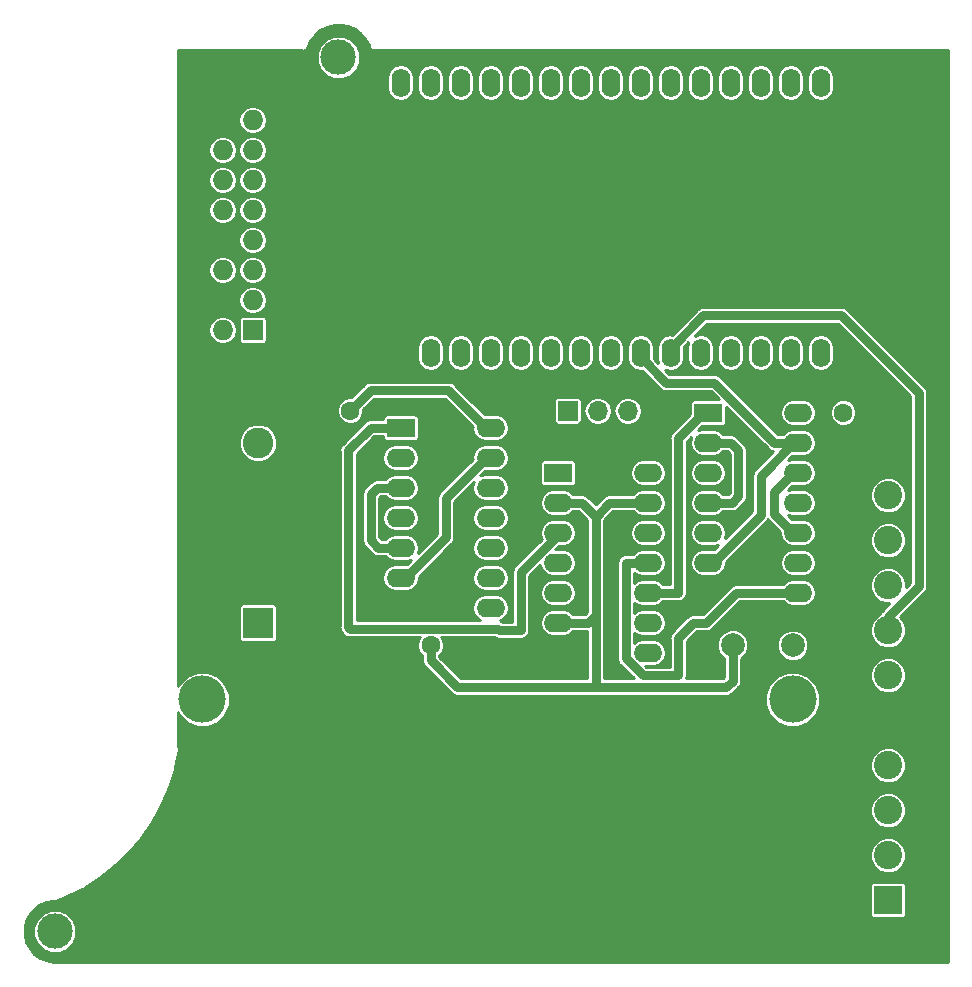
<source format=gbr>
G04 #@! TF.GenerationSoftware,KiCad,Pcbnew,(5.0.1)-4*
G04 #@! TF.CreationDate,2021-02-15T21:01:42+01:00*
G04 #@! TF.ProjectId,baby_foot,626162795F666F6F742E6B696361645F,rev?*
G04 #@! TF.SameCoordinates,PX5204180PY8954400*
G04 #@! TF.FileFunction,Copper,L1,Top,Signal*
G04 #@! TF.FilePolarity,Positive*
%FSLAX46Y46*%
G04 Gerber Fmt 4.6, Leading zero omitted, Abs format (unit mm)*
G04 Created by KiCad (PCBNEW (5.0.1)-4) date 15/02/2021 21:01:42*
%MOMM*%
%LPD*%
G01*
G04 APERTURE LIST*
G04 #@! TA.AperFunction,ComponentPad*
%ADD10O,1.600000X2.400000*%
G04 #@! TD*
G04 #@! TA.AperFunction,ComponentPad*
%ADD11R,2.400000X2.400000*%
G04 #@! TD*
G04 #@! TA.AperFunction,ComponentPad*
%ADD12C,2.400000*%
G04 #@! TD*
G04 #@! TA.AperFunction,ComponentPad*
%ADD13R,2.400000X1.600000*%
G04 #@! TD*
G04 #@! TA.AperFunction,ComponentPad*
%ADD14O,2.400000X1.600000*%
G04 #@! TD*
G04 #@! TA.AperFunction,ComponentPad*
%ADD15C,4.000000*%
G04 #@! TD*
G04 #@! TA.AperFunction,ComponentPad*
%ADD16C,1.600000*%
G04 #@! TD*
G04 #@! TA.AperFunction,ComponentPad*
%ADD17C,2.000000*%
G04 #@! TD*
G04 #@! TA.AperFunction,ComponentPad*
%ADD18R,2.600000X2.600000*%
G04 #@! TD*
G04 #@! TA.AperFunction,ComponentPad*
%ADD19C,2.600000*%
G04 #@! TD*
G04 #@! TA.AperFunction,ComponentPad*
%ADD20O,1.727200X1.727200*%
G04 #@! TD*
G04 #@! TA.AperFunction,ComponentPad*
%ADD21R,1.727200X1.727200*%
G04 #@! TD*
G04 #@! TA.AperFunction,ComponentPad*
%ADD22R,1.700000X1.700000*%
G04 #@! TD*
G04 #@! TA.AperFunction,ComponentPad*
%ADD23O,1.700000X1.700000*%
G04 #@! TD*
G04 #@! TA.AperFunction,ViaPad*
%ADD24C,3.000000*%
G04 #@! TD*
G04 #@! TA.AperFunction,Conductor*
%ADD25C,0.800000*%
G04 #@! TD*
G04 #@! TA.AperFunction,Conductor*
%ADD26C,0.400000*%
G04 #@! TD*
G04 #@! TA.AperFunction,Conductor*
%ADD27C,0.254000*%
G04 #@! TD*
G04 APERTURE END LIST*
D10*
G04 #@! TO.P,U5,1*
G04 #@! TO.N,GND*
X32275000Y51985000D03*
G04 #@! TO.P,U5,2*
G04 #@! TO.N,N/C*
X34815000Y51985000D03*
G04 #@! TO.P,U5,3*
G04 #@! TO.N,Goal_J1*
X37355000Y51985000D03*
G04 #@! TO.P,U5,4*
G04 #@! TO.N,Gam_J1*
X39895000Y51985000D03*
G04 #@! TO.P,U5,5*
G04 #@! TO.N,Goal_J2*
X42435000Y51985000D03*
G04 #@! TO.P,U5,6*
G04 #@! TO.N,Gam_J2*
X44975000Y51985000D03*
G04 #@! TO.P,U5,7*
G04 #@! TO.N,LESS*
X47515000Y51985000D03*
G04 #@! TO.P,U5,8*
G04 #@! TO.N,MORE*
X50055000Y51985000D03*
G04 #@! TO.P,U5,9*
G04 #@! TO.N,Reset*
X52595000Y51985000D03*
G04 #@! TO.P,U5,10*
G04 #@! TO.N,LED_1*
X55135000Y51985000D03*
G04 #@! TO.P,U5,11*
G04 #@! TO.N,OK*
X57675000Y51985000D03*
G04 #@! TO.P,U5,12*
G04 #@! TO.N,LED_2*
X60215000Y51985000D03*
G04 #@! TO.P,U5,13*
G04 #@! TO.N,RX*
X62755000Y51985000D03*
G04 #@! TO.P,U5,14*
G04 #@! TO.N,TX*
X65295000Y51985000D03*
G04 #@! TO.P,U5,15*
G04 #@! TO.N,+5V*
X67835000Y51985000D03*
G04 #@! TO.P,U5,16*
G04 #@! TO.N,GND*
X70375000Y51985000D03*
G04 #@! TO.P,U5,17*
G04 #@! TO.N,OE*
X32275000Y74845000D03*
G04 #@! TO.P,U5,18*
G04 #@! TO.N,CLK*
X34815000Y74845000D03*
G04 #@! TO.P,U5,19*
G04 #@! TO.N,N/C*
X37355000Y74845000D03*
G04 #@! TO.P,U5,20*
G04 #@! TO.N,LAT*
X39895000Y74845000D03*
G04 #@! TO.P,U5,21*
G04 #@! TO.N,D*
X42435000Y74845000D03*
G04 #@! TO.P,U5,22*
G04 #@! TO.N,C*
X44975000Y74845000D03*
G04 #@! TO.P,U5,23*
G04 #@! TO.N,B*
X47515000Y74845000D03*
G04 #@! TO.P,U5,24*
G04 #@! TO.N,A*
X50055000Y74845000D03*
G04 #@! TO.P,U5,25*
G04 #@! TO.N,B2*
X52595000Y74845000D03*
G04 #@! TO.P,U5,26*
G04 #@! TO.N,G2*
X55135000Y74845000D03*
G04 #@! TO.P,U5,27*
G04 #@! TO.N,R2*
X57675000Y74845000D03*
G04 #@! TO.P,U5,28*
G04 #@! TO.N,B1*
X60215000Y74845000D03*
G04 #@! TO.P,U5,29*
G04 #@! TO.N,G1*
X62755000Y74845000D03*
G04 #@! TO.P,U5,30*
G04 #@! TO.N,R1*
X65295000Y74845000D03*
G04 #@! TO.P,U5,31*
G04 #@! TO.N,+3V3*
X67835000Y74845000D03*
G04 #@! TO.P,U5,32*
G04 #@! TO.N,GND*
X70375000Y74845000D03*
G04 #@! TD*
D11*
G04 #@! TO.P,J2,1*
G04 #@! TO.N,Net-(J2-Pad1)*
X73550000Y5630000D03*
D12*
G04 #@! TO.P,J2,2*
G04 #@! TO.N,Net-(J2-Pad2)*
X73550000Y9440000D03*
G04 #@! TO.P,J2,3*
G04 #@! TO.N,Net-(J2-Pad3)*
X73550000Y13250000D03*
G04 #@! TO.P,J2,4*
G04 #@! TO.N,Net-(J2-Pad4)*
X73550000Y17060000D03*
G04 #@! TO.P,J2,5*
G04 #@! TO.N,GND*
X73550000Y20870000D03*
G04 #@! TO.P,J2,6*
G04 #@! TO.N,+5V*
X73550000Y24680000D03*
G04 #@! TO.P,J2,7*
G04 #@! TO.N,LED_1*
X73550000Y28490000D03*
G04 #@! TO.P,J2,8*
G04 #@! TO.N,LED_2*
X73550000Y32300000D03*
G04 #@! TO.P,J2,9*
G04 #@! TO.N,RX*
X73550000Y36110000D03*
G04 #@! TO.P,J2,10*
G04 #@! TO.N,TX*
X73550000Y39920000D03*
G04 #@! TD*
D13*
G04 #@! TO.P,U1,1*
G04 #@! TO.N,Net-(J2-Pad2)*
X45610000Y41825000D03*
D14*
G04 #@! TO.P,U1,8*
G04 #@! TO.N,Net-(J2-Pad4)*
X53230000Y26585000D03*
G04 #@! TO.P,U1,2*
G04 #@! TO.N,+5V*
X45610000Y39285000D03*
G04 #@! TO.P,U1,9*
X53230000Y29125000D03*
G04 #@! TO.P,U1,3*
G04 #@! TO.N,Net-(U1-Pad3)*
X45610000Y36745000D03*
G04 #@! TO.P,U1,10*
G04 #@! TO.N,Net-(U1-Pad10)*
X53230000Y31665000D03*
G04 #@! TO.P,U1,4*
G04 #@! TO.N,Net-(U1-Pad4)*
X45610000Y34205000D03*
G04 #@! TO.P,U1,11*
G04 #@! TO.N,Net-(U1-Pad11)*
X53230000Y34205000D03*
G04 #@! TO.P,U1,5*
G04 #@! TO.N,Net-(J2-Pad1)*
X45610000Y31665000D03*
G04 #@! TO.P,U1,12*
G04 #@! TO.N,Net-(J2-Pad3)*
X53230000Y36745000D03*
G04 #@! TO.P,U1,6*
G04 #@! TO.N,+5V*
X45610000Y29125000D03*
G04 #@! TO.P,U1,13*
X53230000Y39285000D03*
G04 #@! TO.P,U1,7*
G04 #@! TO.N,GND*
X45610000Y26585000D03*
G04 #@! TO.P,U1,14*
G04 #@! TO.N,+5V*
X53230000Y41825000D03*
G04 #@! TD*
D15*
G04 #@! TO.P,U4,1*
G04 #@! TO.N,Net-(J1-Pad4)*
X15467566Y22635870D03*
G04 #@! TO.P,U4,2*
G04 #@! TO.N,GND*
X15467566Y2635870D03*
G04 #@! TO.P,U4,3*
G04 #@! TO.N,Net-(F1-Pad1)*
X65467566Y22635870D03*
G04 #@! TO.P,U4,4*
G04 #@! TO.N,GND*
X65467566Y2635870D03*
G04 #@! TD*
D16*
G04 #@! TO.P,C1,2*
G04 #@! TO.N,GND*
X39815000Y27220000D03*
G04 #@! TO.P,C1,1*
G04 #@! TO.N,+5V*
X34815000Y27220000D03*
G04 #@! TD*
G04 #@! TO.P,C2,1*
G04 #@! TO.N,+3V3*
X69740000Y46905000D03*
G04 #@! TO.P,C2,2*
G04 #@! TO.N,GND*
X74740000Y46905000D03*
G04 #@! TD*
G04 #@! TO.P,C3,1*
G04 #@! TO.N,+3V3*
X28002566Y47085870D03*
G04 #@! TO.P,C3,2*
G04 #@! TO.N,GND*
X28002566Y52085870D03*
G04 #@! TD*
D17*
G04 #@! TO.P,F1,1*
G04 #@! TO.N,Net-(F1-Pad1)*
X65467566Y27220000D03*
G04 #@! TO.P,F1,2*
G04 #@! TO.N,+5V*
X60387566Y27230000D03*
G04 #@! TD*
D18*
G04 #@! TO.P,J1,1*
G04 #@! TO.N,+5V*
X20210000Y29125000D03*
D19*
G04 #@! TO.P,J1,2*
G04 #@! TO.N,GND*
X20210000Y34205000D03*
G04 #@! TO.P,J1,3*
X20210000Y39285000D03*
G04 #@! TO.P,J1,4*
G04 #@! TO.N,Net-(J1-Pad4)*
X20210000Y44365000D03*
G04 #@! TD*
D20*
G04 #@! TO.P,J3,16*
G04 #@! TO.N,GND*
X17207566Y71670000D03*
G04 #@! TO.P,J3,15*
G04 #@! TO.N,OE*
X19747566Y71670000D03*
G04 #@! TO.P,J3,14*
G04 #@! TO.N,LAT*
X17207566Y69130000D03*
G04 #@! TO.P,J3,13*
G04 #@! TO.N,CLK*
X19747566Y69130000D03*
G04 #@! TO.P,J3,12*
G04 #@! TO.N,D*
X17207566Y66590000D03*
G04 #@! TO.P,J3,11*
G04 #@! TO.N,C*
X19747566Y66590000D03*
G04 #@! TO.P,J3,10*
G04 #@! TO.N,B*
X17207566Y64050000D03*
G04 #@! TO.P,J3,9*
G04 #@! TO.N,A*
X19747566Y64050000D03*
G04 #@! TO.P,J3,8*
G04 #@! TO.N,GND*
X17207566Y61510000D03*
G04 #@! TO.P,J3,7*
G04 #@! TO.N,B2*
X19747566Y61510000D03*
G04 #@! TO.P,J3,6*
G04 #@! TO.N,G2*
X17207566Y58970000D03*
G04 #@! TO.P,J3,5*
G04 #@! TO.N,R2*
X19747566Y58970000D03*
G04 #@! TO.P,J3,4*
G04 #@! TO.N,GND*
X17207566Y56430000D03*
G04 #@! TO.P,J3,3*
G04 #@! TO.N,B1*
X19747566Y56430000D03*
G04 #@! TO.P,J3,2*
G04 #@! TO.N,G1*
X17207566Y53890000D03*
D21*
G04 #@! TO.P,J3,1*
G04 #@! TO.N,R1*
X19747566Y53890000D03*
G04 #@! TD*
D13*
G04 #@! TO.P,U2,1*
G04 #@! TO.N,Net-(U1-Pad3)*
X32275000Y45635000D03*
D14*
G04 #@! TO.P,U2,8*
G04 #@! TO.N,Net-(U1-Pad4)*
X39895000Y30395000D03*
G04 #@! TO.P,U2,2*
G04 #@! TO.N,Net-(U2-Pad2)*
X32275000Y43095000D03*
G04 #@! TO.P,U2,9*
G04 #@! TO.N,Net-(U2-Pad11)*
X39895000Y32935000D03*
G04 #@! TO.P,U2,3*
G04 #@! TO.N,Goal_J1*
X32275000Y40555000D03*
G04 #@! TO.P,U2,10*
G04 #@! TO.N,Gam_J1*
X39895000Y35475000D03*
G04 #@! TO.P,U2,4*
G04 #@! TO.N,Net-(U2-Pad2)*
X32275000Y38015000D03*
G04 #@! TO.P,U2,11*
G04 #@! TO.N,Net-(U2-Pad11)*
X39895000Y38015000D03*
G04 #@! TO.P,U2,5*
G04 #@! TO.N,Goal_J1*
X32275000Y35475000D03*
G04 #@! TO.P,U2,12*
G04 #@! TO.N,Gam_J1*
X39895000Y40555000D03*
G04 #@! TO.P,U2,6*
G04 #@! TO.N,Reset*
X32275000Y32935000D03*
G04 #@! TO.P,U2,13*
X39895000Y43095000D03*
G04 #@! TO.P,U2,7*
G04 #@! TO.N,GND*
X32275000Y30395000D03*
G04 #@! TO.P,U2,14*
G04 #@! TO.N,+3V3*
X39895000Y45635000D03*
G04 #@! TD*
G04 #@! TO.P,U3,14*
G04 #@! TO.N,+3V3*
X65930000Y46905000D03*
G04 #@! TO.P,U3,7*
G04 #@! TO.N,GND*
X58310000Y31665000D03*
G04 #@! TO.P,U3,13*
G04 #@! TO.N,Reset*
X65930000Y44365000D03*
G04 #@! TO.P,U3,6*
X58310000Y34205000D03*
G04 #@! TO.P,U3,12*
G04 #@! TO.N,Gam_J2*
X65930000Y41825000D03*
G04 #@! TO.P,U3,5*
G04 #@! TO.N,Goal_J2*
X58310000Y36745000D03*
G04 #@! TO.P,U3,11*
G04 #@! TO.N,Net-(U3-Pad11)*
X65930000Y39285000D03*
G04 #@! TO.P,U3,4*
G04 #@! TO.N,Net-(U3-Pad2)*
X58310000Y39285000D03*
G04 #@! TO.P,U3,10*
G04 #@! TO.N,Gam_J2*
X65930000Y36745000D03*
G04 #@! TO.P,U3,3*
G04 #@! TO.N,Goal_J2*
X58310000Y41825000D03*
G04 #@! TO.P,U3,9*
G04 #@! TO.N,Net-(U3-Pad11)*
X65930000Y34205000D03*
G04 #@! TO.P,U3,2*
G04 #@! TO.N,Net-(U3-Pad2)*
X58310000Y44365000D03*
G04 #@! TO.P,U3,8*
G04 #@! TO.N,Net-(U1-Pad11)*
X65930000Y31665000D03*
D13*
G04 #@! TO.P,U3,1*
G04 #@! TO.N,Net-(U1-Pad10)*
X58310000Y46905000D03*
G04 #@! TD*
D22*
G04 #@! TO.P,J4,1*
G04 #@! TO.N,LESS*
X46417566Y47085870D03*
D23*
G04 #@! TO.P,J4,2*
G04 #@! TO.N,MORE*
X48957566Y47085870D03*
G04 #@! TO.P,J4,3*
G04 #@! TO.N,OK*
X51497566Y47085870D03*
G04 #@! TD*
D24*
G04 #@! TO.N,*
X27000000Y77000000D03*
X3000000Y3000000D03*
G04 #@! TD*
D25*
G04 #@! TO.N,GND*
X65467566Y2635870D02*
X65467566Y14692566D01*
X71645000Y20870000D02*
X73550000Y20870000D01*
X70375000Y43671370D02*
X70375000Y19600000D01*
X73608630Y46905000D02*
X70375000Y43671370D01*
X74740000Y46905000D02*
X73608630Y46905000D01*
X65467566Y14692566D02*
X70375000Y19600000D01*
X70375000Y19600000D02*
X71645000Y20870000D01*
X70214913Y74845000D02*
X55609913Y60240000D01*
X70375000Y74845000D02*
X70214913Y74845000D01*
X36156696Y60240000D02*
X28002566Y52085870D01*
X55609913Y60240000D02*
X36156696Y60240000D01*
X28103436Y51985000D02*
X28002566Y52085870D01*
X32275000Y51985000D02*
X28103436Y51985000D01*
D26*
X15986252Y71670000D02*
X15570000Y71253748D01*
X17207566Y71670000D02*
X15986252Y71670000D01*
X15570000Y63147566D02*
X17207566Y61510000D01*
X15570000Y71253748D02*
X15570000Y63147566D01*
D25*
G04 #@! TO.N,+5V*
X60387566Y27230000D02*
X60387566Y24217566D01*
X60387566Y24217566D02*
X59849990Y23679990D01*
X34815000Y25950000D02*
X34815000Y27220000D01*
X37085010Y23679990D02*
X34815000Y25950000D01*
X48150000Y29125000D02*
X45610000Y29125000D01*
X48785000Y29760000D02*
X48150000Y29125000D01*
X48785000Y38110000D02*
X48785000Y29760000D01*
X45610000Y39285000D02*
X47610000Y39285000D01*
X47610000Y39285000D02*
X48785000Y38110000D01*
X49960000Y39285000D02*
X53230000Y39285000D01*
X48785000Y38110000D02*
X49960000Y39285000D01*
X48785000Y29760000D02*
X48785000Y23679990D01*
X59849990Y23679990D02*
X48785000Y23679990D01*
X48785000Y23679990D02*
X37085010Y23679990D01*
G04 #@! TO.N,+3V3*
X39495000Y45635000D02*
X36320000Y48810000D01*
X39895000Y45635000D02*
X39495000Y45635000D01*
X29726696Y48810000D02*
X28002566Y47085870D01*
X36320000Y48810000D02*
X29726696Y48810000D01*
G04 #@! TO.N,LED_1*
X76140001Y48599912D02*
X69579913Y55160000D01*
X76140001Y32225999D02*
X76140001Y48599912D01*
X73550000Y28490000D02*
X73550000Y29635998D01*
X73550000Y29635998D02*
X76140001Y32225999D01*
X55135000Y52385000D02*
X55135000Y51985000D01*
X57910000Y55160000D02*
X55135000Y52385000D01*
X69579913Y55160000D02*
X57910000Y55160000D01*
G04 #@! TO.N,Net-(U1-Pad3)*
X45610000Y36745000D02*
X45610000Y36905087D01*
X45610000Y36584913D02*
X42435000Y33409913D01*
X45610000Y36745000D02*
X45610000Y36584913D01*
X42435000Y33409913D02*
X42435000Y28490000D01*
X40487001Y28620001D02*
X27960001Y28620001D01*
X42435000Y28490000D02*
X40617002Y28490000D01*
X40617002Y28490000D02*
X40487001Y28620001D01*
X27960001Y28620001D02*
X27830000Y28750002D01*
X27830000Y28750002D02*
X27830000Y43730000D01*
X29735000Y45635000D02*
X32275000Y45635000D01*
X27830000Y43730000D02*
X29735000Y45635000D01*
G04 #@! TO.N,Net-(U1-Pad10)*
X57910000Y46905000D02*
X55770000Y44765000D01*
X58310000Y46905000D02*
X57910000Y46905000D01*
X55770000Y44765000D02*
X55770000Y31665000D01*
X55770000Y31665000D02*
X53230000Y31665000D01*
G04 #@! TO.N,Net-(U1-Pad11)*
X51325000Y26110087D02*
X51325000Y34205000D01*
X52755087Y24680000D02*
X51325000Y26110087D01*
X60689913Y31665000D02*
X58149913Y29125000D01*
X58149913Y29125000D02*
X57040000Y29125000D01*
X57040000Y29125000D02*
X55770000Y27855000D01*
X51325000Y34205000D02*
X53230000Y34205000D01*
X55770000Y27855000D02*
X55770000Y24680000D01*
X55770000Y24680000D02*
X52755087Y24680000D01*
X60689913Y31665000D02*
X65930000Y31665000D01*
G04 #@! TO.N,Goal_J1*
X30275000Y40555000D02*
X29735000Y40015000D01*
X32275000Y40555000D02*
X30275000Y40555000D01*
X29735000Y40015000D02*
X29735000Y36110000D01*
X29735000Y36110000D02*
X30370000Y35475000D01*
X30370000Y35475000D02*
X32275000Y35475000D01*
G04 #@! TO.N,Reset*
X58710000Y34205000D02*
X62755000Y38250000D01*
X58310000Y34205000D02*
X58710000Y34205000D01*
X65530000Y44365000D02*
X65930000Y44365000D01*
X62755000Y41590000D02*
X65530000Y44365000D01*
X62755000Y38250000D02*
X62755000Y41590000D01*
X63930000Y44365000D02*
X58850000Y49445000D01*
X65930000Y44365000D02*
X63930000Y44365000D01*
X52595000Y51585000D02*
X52595000Y51985000D01*
X54735000Y49445000D02*
X52595000Y51585000D01*
X58850000Y49445000D02*
X54735000Y49445000D01*
X32675000Y32935000D02*
X36085000Y36345000D01*
X32275000Y32935000D02*
X32675000Y32935000D01*
X39495000Y43095000D02*
X39895000Y43095000D01*
X36085000Y39685000D02*
X39495000Y43095000D01*
X36085000Y36345000D02*
X36085000Y39685000D01*
G04 #@! TO.N,Gam_J2*
X65530000Y36745000D02*
X65930000Y36745000D01*
X63930000Y38345000D02*
X65530000Y36745000D01*
X63930000Y40225000D02*
X63930000Y38345000D01*
X65530000Y41825000D02*
X63930000Y40225000D01*
X65930000Y41825000D02*
X65530000Y41825000D01*
G04 #@! TO.N,Net-(U3-Pad2)*
X60310000Y39285000D02*
X58310000Y39285000D01*
X60850000Y39825000D02*
X60310000Y39285000D01*
X60850000Y43730000D02*
X60850000Y39825000D01*
X60215000Y44365000D02*
X60850000Y43730000D01*
X58310000Y44365000D02*
X60215000Y44365000D01*
G04 #@! TO.N,Net-(J2-Pad2)*
X45610000Y41825000D02*
X46010000Y41825000D01*
G04 #@! TD*
D27*
G04 #@! TO.N,GND*
G36*
X27812783Y79635260D02*
X28376418Y79389704D01*
X28871653Y79025371D01*
X29273856Y78560383D01*
X29571020Y78002883D01*
X29611760Y77891234D01*
X29621325Y77843148D01*
X29710175Y77710175D01*
X29843148Y77621325D01*
X29960410Y77598000D01*
X78598001Y77598000D01*
X78598000Y402000D01*
X2999767Y402000D01*
X2974358Y412899D01*
X2922838Y424809D01*
X2286580Y530894D01*
X1737698Y761240D01*
X1256528Y1111678D01*
X868881Y1563413D01*
X595554Y2092204D01*
X451206Y2669695D01*
X443581Y3264902D01*
X465539Y3363413D01*
X1173000Y3363413D01*
X1173000Y2636587D01*
X1451144Y1965088D01*
X1965088Y1451144D01*
X2636587Y1173000D01*
X3363413Y1173000D01*
X4034912Y1451144D01*
X4548856Y1965088D01*
X4827000Y2636587D01*
X4827000Y3363413D01*
X4548856Y4034912D01*
X4034912Y4548856D01*
X3363413Y4827000D01*
X2636587Y4827000D01*
X1965088Y4548856D01*
X1451144Y4034912D01*
X1173000Y3363413D01*
X465539Y3363413D01*
X573088Y3845902D01*
X832782Y4381527D01*
X1208725Y4843037D01*
X1680764Y5205690D01*
X2223563Y5450021D01*
X2824664Y5566143D01*
X3015960Y5573298D01*
X3113695Y5588415D01*
X3138658Y5598547D01*
X3164919Y5598375D01*
X3204723Y5602084D01*
X3243961Y5609728D01*
X3282246Y5621232D01*
X3303826Y5629613D01*
X3861151Y5864739D01*
X3863120Y5865688D01*
X3865167Y5866459D01*
X3886124Y5876296D01*
X5320145Y6600573D01*
X5327465Y6604739D01*
X5335012Y6608477D01*
X5354888Y6620347D01*
X5684017Y6830000D01*
X72016594Y6830000D01*
X72016594Y4430000D01*
X72041973Y4302411D01*
X72114246Y4194246D01*
X72222411Y4121973D01*
X72350000Y4096594D01*
X74750000Y4096594D01*
X74877589Y4121973D01*
X74985754Y4194246D01*
X75058027Y4302411D01*
X75083406Y4430000D01*
X75083406Y6830000D01*
X75058027Y6957589D01*
X74985754Y7065754D01*
X74877589Y7138027D01*
X74750000Y7163406D01*
X72350000Y7163406D01*
X72222411Y7138027D01*
X72114246Y7065754D01*
X72041973Y6957589D01*
X72016594Y6830000D01*
X5684017Y6830000D01*
X6709884Y7483469D01*
X6716752Y7488340D01*
X6723892Y7492810D01*
X6742468Y7506580D01*
X6742491Y7506596D01*
X6742500Y7506604D01*
X8005062Y8500027D01*
X8011406Y8505550D01*
X8018074Y8510713D01*
X8035211Y8526278D01*
X9192873Y9640196D01*
X9198647Y9646333D01*
X9204758Y9652122D01*
X9220265Y9669312D01*
X9283614Y9743739D01*
X72023000Y9743739D01*
X72023000Y9136261D01*
X72255472Y8575024D01*
X72685024Y8145472D01*
X73246261Y7913000D01*
X73853739Y7913000D01*
X74414976Y8145472D01*
X74844528Y8575024D01*
X75077000Y9136261D01*
X75077000Y9743739D01*
X74844528Y10304976D01*
X74414976Y10734528D01*
X73853739Y10967000D01*
X73246261Y10967000D01*
X72685024Y10734528D01*
X72255472Y10304976D01*
X72023000Y9743739D01*
X9283614Y9743739D01*
X10261568Y10892701D01*
X10266701Y10899377D01*
X10272210Y10905748D01*
X10285933Y10924393D01*
X11200581Y12245154D01*
X11205024Y12252305D01*
X11209875Y12259194D01*
X11221678Y12279110D01*
X11928309Y13553739D01*
X72023000Y13553739D01*
X72023000Y12946261D01*
X72255472Y12385024D01*
X72685024Y11955472D01*
X73246261Y11723000D01*
X73853739Y11723000D01*
X74414976Y11955472D01*
X74844528Y12385024D01*
X75077000Y12946261D01*
X75077000Y13553739D01*
X74844528Y14114976D01*
X74414976Y14544528D01*
X73853739Y14777000D01*
X73246261Y14777000D01*
X72685024Y14544528D01*
X72255472Y14114976D01*
X72023000Y13553739D01*
X11928309Y13553739D01*
X12000626Y13684184D01*
X12004343Y13691753D01*
X12008479Y13699078D01*
X12018247Y13720067D01*
X12653791Y15195559D01*
X12656732Y15203444D01*
X12660127Y15211159D01*
X12667761Y15233015D01*
X13153618Y16764333D01*
X13155765Y16772487D01*
X13158372Y16780485D01*
X13163798Y16802991D01*
X13281998Y17363739D01*
X72023000Y17363739D01*
X72023000Y16756261D01*
X72255472Y16195024D01*
X72685024Y15765472D01*
X73246261Y15533000D01*
X73853739Y15533000D01*
X74414976Y15765472D01*
X74844528Y16195024D01*
X75077000Y16756261D01*
X75077000Y17363739D01*
X74844528Y17924976D01*
X74414976Y18354528D01*
X73853739Y18587000D01*
X73246261Y18587000D01*
X72685024Y18354528D01*
X72255472Y17924976D01*
X72023000Y17363739D01*
X13281998Y17363739D01*
X13495162Y18374993D01*
X13501452Y18414472D01*
X13503790Y18454379D01*
X13502154Y18494321D01*
X13496558Y18533903D01*
X13487058Y18572735D01*
X13473749Y18610431D01*
X13456761Y18646617D01*
X13436264Y18680938D01*
X13412460Y18713054D01*
X13402000Y18724571D01*
X13402000Y21541842D01*
X13494830Y21317730D01*
X14149426Y20663134D01*
X15004697Y20308870D01*
X15930435Y20308870D01*
X16785706Y20663134D01*
X17440302Y21317730D01*
X17794566Y22173001D01*
X17794566Y23098739D01*
X17440302Y23954010D01*
X16785706Y24608606D01*
X15930435Y24962870D01*
X15004697Y24962870D01*
X14149426Y24608606D01*
X13494830Y23954010D01*
X13402000Y23729898D01*
X13402000Y30425000D01*
X18576594Y30425000D01*
X18576594Y27825000D01*
X18601973Y27697411D01*
X18674246Y27589246D01*
X18782411Y27516973D01*
X18910000Y27491594D01*
X21510000Y27491594D01*
X21637589Y27516973D01*
X21745754Y27589246D01*
X21818027Y27697411D01*
X21843406Y27825000D01*
X21843406Y30425000D01*
X21818027Y30552589D01*
X21745754Y30660754D01*
X21637589Y30733027D01*
X21510000Y30758406D01*
X18910000Y30758406D01*
X18782411Y30733027D01*
X18674246Y30660754D01*
X18601973Y30552589D01*
X18576594Y30425000D01*
X13402000Y30425000D01*
X13402000Y44688630D01*
X18583000Y44688630D01*
X18583000Y44041370D01*
X18830696Y43443378D01*
X19288378Y42985696D01*
X19886370Y42738000D01*
X20533630Y42738000D01*
X21131622Y42985696D01*
X21589304Y43443378D01*
X21708026Y43730000D01*
X27088759Y43730000D01*
X27103001Y43658400D01*
X27103000Y28821597D01*
X27088759Y28750002D01*
X27103000Y28678407D01*
X27103000Y28678404D01*
X27145182Y28466342D01*
X27305863Y28225866D01*
X27366562Y28185308D01*
X27395305Y28156565D01*
X27435864Y28095864D01*
X27676340Y27935183D01*
X27888402Y27893001D01*
X27888407Y27893001D01*
X27960000Y27878760D01*
X28031594Y27893001D01*
X33894183Y27893001D01*
X33859576Y27858394D01*
X33688000Y27444174D01*
X33688000Y26995826D01*
X33859576Y26581606D01*
X34088000Y26353182D01*
X34088000Y26021595D01*
X34073759Y25950000D01*
X34088000Y25878405D01*
X34088000Y25878402D01*
X34130182Y25666340D01*
X34290863Y25425864D01*
X34351562Y25385306D01*
X36520316Y23216552D01*
X36560873Y23155853D01*
X36801349Y22995172D01*
X37013411Y22952990D01*
X37013415Y22952990D01*
X37085010Y22938749D01*
X37156605Y22952990D01*
X48713401Y22952990D01*
X48785000Y22938748D01*
X48856599Y22952990D01*
X59778395Y22952990D01*
X59849990Y22938749D01*
X59921585Y22952990D01*
X59921589Y22952990D01*
X60133651Y22995172D01*
X60288649Y23098739D01*
X63140566Y23098739D01*
X63140566Y22173001D01*
X63494830Y21317730D01*
X64149426Y20663134D01*
X65004697Y20308870D01*
X65930435Y20308870D01*
X66785706Y20663134D01*
X67440302Y21317730D01*
X67794566Y22173001D01*
X67794566Y23098739D01*
X67440302Y23954010D01*
X66785706Y24608606D01*
X65930435Y24962870D01*
X65004697Y24962870D01*
X64149426Y24608606D01*
X63494830Y23954010D01*
X63140566Y23098739D01*
X60288649Y23098739D01*
X60374127Y23155853D01*
X60414686Y23216554D01*
X60851004Y23652871D01*
X60911703Y23693429D01*
X61072384Y23933905D01*
X61114566Y24145967D01*
X61114566Y24145971D01*
X61128807Y24217565D01*
X61114566Y24289159D01*
X61114566Y24983739D01*
X72023000Y24983739D01*
X72023000Y24376261D01*
X72255472Y23815024D01*
X72685024Y23385472D01*
X73246261Y23153000D01*
X73853739Y23153000D01*
X74414976Y23385472D01*
X74844528Y23815024D01*
X75077000Y24376261D01*
X75077000Y24983739D01*
X74844528Y25544976D01*
X74414976Y25974528D01*
X73853739Y26207000D01*
X73246261Y26207000D01*
X72685024Y25974528D01*
X72255472Y25544976D01*
X72023000Y24983739D01*
X61114566Y24983739D01*
X61114566Y26094799D01*
X61139251Y26105024D01*
X61512542Y26478315D01*
X61714566Y26966043D01*
X61714566Y27483957D01*
X64140566Y27483957D01*
X64140566Y26956043D01*
X64342590Y26468315D01*
X64715881Y26095024D01*
X65203609Y25893000D01*
X65731523Y25893000D01*
X66219251Y26095024D01*
X66592542Y26468315D01*
X66794566Y26956043D01*
X66794566Y27483957D01*
X66592542Y27971685D01*
X66219251Y28344976D01*
X65731523Y28547000D01*
X65203609Y28547000D01*
X64715881Y28344976D01*
X64342590Y27971685D01*
X64140566Y27483957D01*
X61714566Y27483957D01*
X61714566Y27493957D01*
X61512542Y27981685D01*
X61139251Y28354976D01*
X60651523Y28557000D01*
X60123609Y28557000D01*
X59635881Y28354976D01*
X59262590Y27981685D01*
X59060566Y27493957D01*
X59060566Y26966043D01*
X59262590Y26478315D01*
X59635881Y26105024D01*
X59660566Y26094799D01*
X59660567Y24518699D01*
X59548858Y24406990D01*
X56456937Y24406990D01*
X56497000Y24608401D01*
X56511242Y24680000D01*
X56497000Y24751599D01*
X56497000Y27553868D01*
X57341133Y28398000D01*
X58078318Y28398000D01*
X58149913Y28383759D01*
X58221508Y28398000D01*
X58221512Y28398000D01*
X58433574Y28440182D01*
X58674050Y28600863D01*
X58714609Y28661564D01*
X60991046Y30938000D01*
X64660334Y30938000D01*
X64717478Y30852478D01*
X65090267Y30603389D01*
X65419001Y30538000D01*
X66440999Y30538000D01*
X66769733Y30603389D01*
X67142522Y30852478D01*
X67391611Y31225267D01*
X67479079Y31665000D01*
X67391611Y32104733D01*
X67142522Y32477522D01*
X66769733Y32726611D01*
X66440999Y32792000D01*
X65419001Y32792000D01*
X65090267Y32726611D01*
X64717478Y32477522D01*
X64660334Y32392000D01*
X60761506Y32392000D01*
X60689912Y32406241D01*
X60618318Y32392000D01*
X60618314Y32392000D01*
X60406252Y32349818D01*
X60165776Y32189137D01*
X60125219Y32128439D01*
X57848781Y29852000D01*
X57111593Y29852000D01*
X57039999Y29866241D01*
X56968405Y29852000D01*
X56968401Y29852000D01*
X56756339Y29809818D01*
X56515863Y29649137D01*
X56475305Y29588438D01*
X55306562Y28419694D01*
X55245863Y28379136D01*
X55085182Y28138660D01*
X55043000Y27926598D01*
X55043000Y27926595D01*
X55028759Y27855000D01*
X55043000Y27783405D01*
X55043001Y25407000D01*
X53056220Y25407000D01*
X53005220Y25458000D01*
X53740999Y25458000D01*
X54069733Y25523389D01*
X54442522Y25772478D01*
X54691611Y26145267D01*
X54779079Y26585000D01*
X54691611Y27024733D01*
X54442522Y27397522D01*
X54069733Y27646611D01*
X53740999Y27712000D01*
X52719001Y27712000D01*
X52390267Y27646611D01*
X52052000Y27420589D01*
X52052000Y28289411D01*
X52390267Y28063389D01*
X52719001Y27998000D01*
X53740999Y27998000D01*
X54069733Y28063389D01*
X54442522Y28312478D01*
X54691611Y28685267D01*
X54779079Y29125000D01*
X54691611Y29564733D01*
X54442522Y29937522D01*
X54069733Y30186611D01*
X53740999Y30252000D01*
X52719001Y30252000D01*
X52390267Y30186611D01*
X52052000Y29960589D01*
X52052000Y30829411D01*
X52390267Y30603389D01*
X52719001Y30538000D01*
X53740999Y30538000D01*
X54069733Y30603389D01*
X54442522Y30852478D01*
X54499666Y30938000D01*
X55698401Y30938000D01*
X55770000Y30923758D01*
X56053661Y30980182D01*
X56294137Y31140863D01*
X56454818Y31381339D01*
X56497000Y31593401D01*
X56511242Y31665000D01*
X56497000Y31736599D01*
X56497000Y41825000D01*
X56760921Y41825000D01*
X56848389Y41385267D01*
X57097478Y41012478D01*
X57470267Y40763389D01*
X57799001Y40698000D01*
X58820999Y40698000D01*
X59149733Y40763389D01*
X59522522Y41012478D01*
X59771611Y41385267D01*
X59859079Y41825000D01*
X59771611Y42264733D01*
X59522522Y42637522D01*
X59149733Y42886611D01*
X58820999Y42952000D01*
X57799001Y42952000D01*
X57470267Y42886611D01*
X57097478Y42637522D01*
X56848389Y42264733D01*
X56760921Y41825000D01*
X56497000Y41825000D01*
X56497000Y44463868D01*
X56869580Y44836448D01*
X56848389Y44804733D01*
X56760921Y44365000D01*
X56848389Y43925267D01*
X57097478Y43552478D01*
X57470267Y43303389D01*
X57799001Y43238000D01*
X58820999Y43238000D01*
X59149733Y43303389D01*
X59522522Y43552478D01*
X59579666Y43638000D01*
X59913867Y43638000D01*
X60123000Y43428867D01*
X60123001Y40126133D01*
X60008868Y40012000D01*
X59579666Y40012000D01*
X59522522Y40097522D01*
X59149733Y40346611D01*
X58820999Y40412000D01*
X57799001Y40412000D01*
X57470267Y40346611D01*
X57097478Y40097522D01*
X56848389Y39724733D01*
X56760921Y39285000D01*
X56848389Y38845267D01*
X57097478Y38472478D01*
X57470267Y38223389D01*
X57799001Y38158000D01*
X58820999Y38158000D01*
X59149733Y38223389D01*
X59522522Y38472478D01*
X59579666Y38558000D01*
X60238405Y38558000D01*
X60310000Y38543759D01*
X60381595Y38558000D01*
X60381599Y38558000D01*
X60593661Y38600182D01*
X60834137Y38760863D01*
X60874696Y38821564D01*
X61313438Y39260305D01*
X61374137Y39300863D01*
X61534818Y39541339D01*
X61577000Y39753401D01*
X61577000Y39753405D01*
X61591241Y39824999D01*
X61577000Y39896593D01*
X61577000Y43658405D01*
X61591241Y43730000D01*
X61577000Y43801595D01*
X61577000Y43801599D01*
X61534818Y44013661D01*
X61528071Y44023759D01*
X61414695Y44193439D01*
X61414690Y44193444D01*
X61374136Y44254137D01*
X61313443Y44294691D01*
X60779696Y44828436D01*
X60739137Y44889137D01*
X60498661Y45049818D01*
X60286599Y45092000D01*
X60286595Y45092000D01*
X60215000Y45106241D01*
X60143405Y45092000D01*
X59579666Y45092000D01*
X59522522Y45177522D01*
X59149733Y45426611D01*
X58820999Y45492000D01*
X57799001Y45492000D01*
X57470267Y45426611D01*
X57438553Y45405420D01*
X57804727Y45771594D01*
X59510000Y45771594D01*
X59637589Y45796973D01*
X59745754Y45869246D01*
X59818027Y45977411D01*
X59843406Y46105000D01*
X59843406Y47423462D01*
X63365305Y43901562D01*
X63405863Y43840863D01*
X63646339Y43680182D01*
X63788726Y43651859D01*
X62291562Y42154694D01*
X62230864Y42114137D01*
X62190307Y42053439D01*
X62190306Y42053438D01*
X62070182Y41873660D01*
X62013759Y41590000D01*
X62028001Y41518400D01*
X62028000Y38551133D01*
X59750420Y36273552D01*
X59771611Y36305267D01*
X59859079Y36745000D01*
X59771611Y37184733D01*
X59522522Y37557522D01*
X59149733Y37806611D01*
X58820999Y37872000D01*
X57799001Y37872000D01*
X57470267Y37806611D01*
X57097478Y37557522D01*
X56848389Y37184733D01*
X56760921Y36745000D01*
X56848389Y36305267D01*
X57097478Y35932478D01*
X57470267Y35683389D01*
X57799001Y35618000D01*
X58820999Y35618000D01*
X59149733Y35683389D01*
X59181448Y35704580D01*
X58808868Y35332000D01*
X57799001Y35332000D01*
X57470267Y35266611D01*
X57097478Y35017522D01*
X56848389Y34644733D01*
X56760921Y34205000D01*
X56848389Y33765267D01*
X57097478Y33392478D01*
X57470267Y33143389D01*
X57799001Y33078000D01*
X58820999Y33078000D01*
X59149733Y33143389D01*
X59522522Y33392478D01*
X59771611Y33765267D01*
X59859079Y34205000D01*
X64380921Y34205000D01*
X64468389Y33765267D01*
X64717478Y33392478D01*
X65090267Y33143389D01*
X65419001Y33078000D01*
X66440999Y33078000D01*
X66769733Y33143389D01*
X67142522Y33392478D01*
X67391611Y33765267D01*
X67479079Y34205000D01*
X67391611Y34644733D01*
X67142522Y35017522D01*
X66769733Y35266611D01*
X66440999Y35332000D01*
X65419001Y35332000D01*
X65090267Y35266611D01*
X64717478Y35017522D01*
X64468389Y34644733D01*
X64380921Y34205000D01*
X59859079Y34205000D01*
X59839013Y34305881D01*
X63218441Y37685308D01*
X63279136Y37725863D01*
X63319692Y37786559D01*
X63319694Y37786561D01*
X63374239Y37868193D01*
X63405864Y37820863D01*
X63466562Y37780306D01*
X64400987Y36845880D01*
X64380921Y36745000D01*
X64468389Y36305267D01*
X64717478Y35932478D01*
X65090267Y35683389D01*
X65419001Y35618000D01*
X66440999Y35618000D01*
X66769733Y35683389D01*
X67142522Y35932478D01*
X67391611Y36305267D01*
X67413187Y36413739D01*
X72023000Y36413739D01*
X72023000Y35806261D01*
X72255472Y35245024D01*
X72685024Y34815472D01*
X73246261Y34583000D01*
X73853739Y34583000D01*
X74414976Y34815472D01*
X74844528Y35245024D01*
X75077000Y35806261D01*
X75077000Y36413739D01*
X74844528Y36974976D01*
X74414976Y37404528D01*
X73853739Y37637000D01*
X73246261Y37637000D01*
X72685024Y37404528D01*
X72255472Y36974976D01*
X72023000Y36413739D01*
X67413187Y36413739D01*
X67479079Y36745000D01*
X67391611Y37184733D01*
X67142522Y37557522D01*
X66769733Y37806611D01*
X66440999Y37872000D01*
X65431133Y37872000D01*
X65058552Y38244580D01*
X65090267Y38223389D01*
X65419001Y38158000D01*
X66440999Y38158000D01*
X66769733Y38223389D01*
X67142522Y38472478D01*
X67391611Y38845267D01*
X67479079Y39285000D01*
X67391611Y39724733D01*
X67142522Y40097522D01*
X66953625Y40223739D01*
X72023000Y40223739D01*
X72023000Y39616261D01*
X72255472Y39055024D01*
X72685024Y38625472D01*
X73246261Y38393000D01*
X73853739Y38393000D01*
X74414976Y38625472D01*
X74844528Y39055024D01*
X75077000Y39616261D01*
X75077000Y40223739D01*
X74844528Y40784976D01*
X74414976Y41214528D01*
X73853739Y41447000D01*
X73246261Y41447000D01*
X72685024Y41214528D01*
X72255472Y40784976D01*
X72023000Y40223739D01*
X66953625Y40223739D01*
X66769733Y40346611D01*
X66440999Y40412000D01*
X65419001Y40412000D01*
X65090267Y40346611D01*
X65058552Y40325420D01*
X65431133Y40698000D01*
X66440999Y40698000D01*
X66769733Y40763389D01*
X67142522Y41012478D01*
X67391611Y41385267D01*
X67479079Y41825000D01*
X67391611Y42264733D01*
X67142522Y42637522D01*
X66769733Y42886611D01*
X66440999Y42952000D01*
X65419001Y42952000D01*
X65090267Y42886611D01*
X65058555Y42865422D01*
X65431134Y43238000D01*
X66440999Y43238000D01*
X66769733Y43303389D01*
X67142522Y43552478D01*
X67391611Y43925267D01*
X67479079Y44365000D01*
X67391611Y44804733D01*
X67142522Y45177522D01*
X66769733Y45426611D01*
X66440999Y45492000D01*
X65419001Y45492000D01*
X65090267Y45426611D01*
X64717478Y45177522D01*
X64660334Y45092000D01*
X64231133Y45092000D01*
X62418133Y46905000D01*
X64380921Y46905000D01*
X64468389Y46465267D01*
X64717478Y46092478D01*
X65090267Y45843389D01*
X65419001Y45778000D01*
X66440999Y45778000D01*
X66769733Y45843389D01*
X67142522Y46092478D01*
X67391611Y46465267D01*
X67479079Y46905000D01*
X67434489Y47129174D01*
X68613000Y47129174D01*
X68613000Y46680826D01*
X68784576Y46266606D01*
X69101606Y45949576D01*
X69515826Y45778000D01*
X69964174Y45778000D01*
X70378394Y45949576D01*
X70695424Y46266606D01*
X70867000Y46680826D01*
X70867000Y47129174D01*
X70695424Y47543394D01*
X70378394Y47860424D01*
X69964174Y48032000D01*
X69515826Y48032000D01*
X69101606Y47860424D01*
X68784576Y47543394D01*
X68613000Y47129174D01*
X67434489Y47129174D01*
X67391611Y47344733D01*
X67142522Y47717522D01*
X66769733Y47966611D01*
X66440999Y48032000D01*
X65419001Y48032000D01*
X65090267Y47966611D01*
X64717478Y47717522D01*
X64468389Y47344733D01*
X64380921Y46905000D01*
X62418133Y46905000D01*
X59414696Y49908436D01*
X59374137Y49969137D01*
X59133661Y50129818D01*
X58921599Y50172000D01*
X58921595Y50172000D01*
X58850000Y50186241D01*
X58778405Y50172000D01*
X55036133Y50172000D01*
X54663551Y50544581D01*
X54695268Y50523389D01*
X55135000Y50435921D01*
X55574733Y50523389D01*
X55947522Y50772478D01*
X56196611Y51145267D01*
X56262000Y51474002D01*
X56262000Y52483868D01*
X56634581Y52856448D01*
X56613389Y52824732D01*
X56548000Y52495998D01*
X56548000Y51474001D01*
X56613389Y51145267D01*
X56862479Y50772478D01*
X57235268Y50523389D01*
X57675000Y50435921D01*
X58114733Y50523389D01*
X58487522Y50772478D01*
X58736611Y51145267D01*
X58802000Y51474002D01*
X58802000Y52495998D01*
X59088000Y52495998D01*
X59088000Y51474001D01*
X59153389Y51145267D01*
X59402479Y50772478D01*
X59775268Y50523389D01*
X60215000Y50435921D01*
X60654733Y50523389D01*
X61027522Y50772478D01*
X61276611Y51145267D01*
X61342000Y51474002D01*
X61342000Y52495998D01*
X61628000Y52495998D01*
X61628000Y51474001D01*
X61693389Y51145267D01*
X61942479Y50772478D01*
X62315268Y50523389D01*
X62755000Y50435921D01*
X63194733Y50523389D01*
X63567522Y50772478D01*
X63816611Y51145267D01*
X63882000Y51474002D01*
X63882000Y52495998D01*
X64168000Y52495998D01*
X64168000Y51474001D01*
X64233389Y51145267D01*
X64482479Y50772478D01*
X64855268Y50523389D01*
X65295000Y50435921D01*
X65734733Y50523389D01*
X66107522Y50772478D01*
X66356611Y51145267D01*
X66422000Y51474002D01*
X66422000Y52495998D01*
X66708000Y52495998D01*
X66708000Y51474001D01*
X66773389Y51145267D01*
X67022479Y50772478D01*
X67395268Y50523389D01*
X67835000Y50435921D01*
X68274733Y50523389D01*
X68647522Y50772478D01*
X68896611Y51145267D01*
X68962000Y51474002D01*
X68962000Y52495999D01*
X68896611Y52824733D01*
X68647522Y53197522D01*
X68274732Y53446611D01*
X67835000Y53534079D01*
X67395267Y53446611D01*
X67022478Y53197522D01*
X66773389Y52824732D01*
X66708000Y52495998D01*
X66422000Y52495998D01*
X66422000Y52495999D01*
X66356611Y52824733D01*
X66107522Y53197522D01*
X65734732Y53446611D01*
X65295000Y53534079D01*
X64855267Y53446611D01*
X64482478Y53197522D01*
X64233389Y52824732D01*
X64168000Y52495998D01*
X63882000Y52495998D01*
X63882000Y52495999D01*
X63816611Y52824733D01*
X63567522Y53197522D01*
X63194732Y53446611D01*
X62755000Y53534079D01*
X62315267Y53446611D01*
X61942478Y53197522D01*
X61693389Y52824732D01*
X61628000Y52495998D01*
X61342000Y52495998D01*
X61342000Y52495999D01*
X61276611Y52824733D01*
X61027522Y53197522D01*
X60654732Y53446611D01*
X60215000Y53534079D01*
X59775267Y53446611D01*
X59402478Y53197522D01*
X59153389Y52824732D01*
X59088000Y52495998D01*
X58802000Y52495998D01*
X58802000Y52495999D01*
X58736611Y52824733D01*
X58487522Y53197522D01*
X58114732Y53446611D01*
X57675000Y53534079D01*
X57235267Y53446611D01*
X57203555Y53425422D01*
X58211134Y54433000D01*
X69278781Y54433000D01*
X75413002Y48298778D01*
X75413001Y32527133D01*
X75077000Y32191132D01*
X75077000Y32603739D01*
X74844528Y33164976D01*
X74414976Y33594528D01*
X73853739Y33827000D01*
X73246261Y33827000D01*
X72685024Y33594528D01*
X72255472Y33164976D01*
X72023000Y32603739D01*
X72023000Y31996261D01*
X72255472Y31435024D01*
X72685024Y31005472D01*
X73246261Y30773000D01*
X73658869Y30773000D01*
X73086562Y30200692D01*
X73025864Y30160135D01*
X72985307Y30099437D01*
X72985306Y30099436D01*
X72865182Y29919658D01*
X72852066Y29853719D01*
X72685024Y29784528D01*
X72255472Y29354976D01*
X72023000Y28793739D01*
X72023000Y28186261D01*
X72255472Y27625024D01*
X72685024Y27195472D01*
X73246261Y26963000D01*
X73853739Y26963000D01*
X74414976Y27195472D01*
X74844528Y27625024D01*
X75077000Y28186261D01*
X75077000Y28793739D01*
X74844528Y29354976D01*
X74570819Y29628685D01*
X76603444Y31661308D01*
X76664137Y31701862D01*
X76704691Y31762555D01*
X76704696Y31762560D01*
X76824819Y31942338D01*
X76835545Y31996261D01*
X76867001Y32154400D01*
X76867001Y32154404D01*
X76881242Y32225999D01*
X76867001Y32297594D01*
X76867001Y48528319D01*
X76881242Y48599913D01*
X76867001Y48671507D01*
X76867001Y48671511D01*
X76824819Y48883573D01*
X76664138Y49124049D01*
X76603440Y49164606D01*
X70144609Y55623436D01*
X70104050Y55684137D01*
X69863574Y55844818D01*
X69651512Y55887000D01*
X69651508Y55887000D01*
X69579913Y55901241D01*
X69508318Y55887000D01*
X57981595Y55887000D01*
X57910000Y55901241D01*
X57838405Y55887000D01*
X57838401Y55887000D01*
X57626339Y55844818D01*
X57446561Y55724695D01*
X57446558Y55724692D01*
X57385863Y55684137D01*
X57345307Y55623441D01*
X55235880Y53514013D01*
X55135000Y53534079D01*
X54695267Y53446611D01*
X54322478Y53197522D01*
X54073389Y52824732D01*
X54008000Y52495998D01*
X54008000Y51474001D01*
X54073389Y51145267D01*
X54094580Y51113552D01*
X53722000Y51486132D01*
X53722000Y52495999D01*
X53656611Y52824733D01*
X53407522Y53197522D01*
X53034732Y53446611D01*
X52595000Y53534079D01*
X52155267Y53446611D01*
X51782478Y53197522D01*
X51533389Y52824732D01*
X51468000Y52495998D01*
X51468000Y51474001D01*
X51533389Y51145267D01*
X51782479Y50772478D01*
X52155268Y50523389D01*
X52595000Y50435921D01*
X52695880Y50455987D01*
X54170306Y48981562D01*
X54210863Y48920863D01*
X54451339Y48760182D01*
X54663401Y48718000D01*
X54663404Y48718000D01*
X54734999Y48703759D01*
X54806594Y48718000D01*
X58548868Y48718000D01*
X59228462Y48038406D01*
X57110000Y48038406D01*
X56982411Y48013027D01*
X56874246Y47940754D01*
X56801973Y47832589D01*
X56776594Y47705000D01*
X56776594Y46799727D01*
X55306562Y45329694D01*
X55245863Y45289136D01*
X55085182Y45048660D01*
X55043000Y44836598D01*
X55043000Y44836595D01*
X55028759Y44765000D01*
X55043000Y44693405D01*
X55043001Y32392000D01*
X54499666Y32392000D01*
X54442522Y32477522D01*
X54069733Y32726611D01*
X53740999Y32792000D01*
X52719001Y32792000D01*
X52390267Y32726611D01*
X52052000Y32500589D01*
X52052000Y33369411D01*
X52390267Y33143389D01*
X52719001Y33078000D01*
X53740999Y33078000D01*
X54069733Y33143389D01*
X54442522Y33392478D01*
X54691611Y33765267D01*
X54779079Y34205000D01*
X54691611Y34644733D01*
X54442522Y35017522D01*
X54069733Y35266611D01*
X53740999Y35332000D01*
X52719001Y35332000D01*
X52390267Y35266611D01*
X52017478Y35017522D01*
X51960334Y34932000D01*
X51396599Y34932000D01*
X51325000Y34946242D01*
X51253401Y34932000D01*
X51041339Y34889818D01*
X50800863Y34729137D01*
X50640182Y34488661D01*
X50583758Y34205000D01*
X50598001Y34133396D01*
X50598000Y26181682D01*
X50583759Y26110087D01*
X50598000Y26038492D01*
X50598000Y26038489D01*
X50640182Y25826427D01*
X50800863Y25585951D01*
X50861562Y25545393D01*
X51999964Y24406990D01*
X49512000Y24406990D01*
X49512000Y29688405D01*
X49526241Y29760000D01*
X49512000Y29831595D01*
X49512000Y36745000D01*
X51680921Y36745000D01*
X51768389Y36305267D01*
X52017478Y35932478D01*
X52390267Y35683389D01*
X52719001Y35618000D01*
X53740999Y35618000D01*
X54069733Y35683389D01*
X54442522Y35932478D01*
X54691611Y36305267D01*
X54779079Y36745000D01*
X54691611Y37184733D01*
X54442522Y37557522D01*
X54069733Y37806611D01*
X53740999Y37872000D01*
X52719001Y37872000D01*
X52390267Y37806611D01*
X52017478Y37557522D01*
X51768389Y37184733D01*
X51680921Y36745000D01*
X49512000Y36745000D01*
X49512000Y37808868D01*
X50261133Y38558000D01*
X51960334Y38558000D01*
X52017478Y38472478D01*
X52390267Y38223389D01*
X52719001Y38158000D01*
X53740999Y38158000D01*
X54069733Y38223389D01*
X54442522Y38472478D01*
X54691611Y38845267D01*
X54779079Y39285000D01*
X54691611Y39724733D01*
X54442522Y40097522D01*
X54069733Y40346611D01*
X53740999Y40412000D01*
X52719001Y40412000D01*
X52390267Y40346611D01*
X52017478Y40097522D01*
X51960334Y40012000D01*
X50031595Y40012000D01*
X49960000Y40026241D01*
X49888405Y40012000D01*
X49888401Y40012000D01*
X49676339Y39969818D01*
X49435863Y39809137D01*
X49395305Y39748438D01*
X48785000Y39138133D01*
X48174696Y39748436D01*
X48134137Y39809137D01*
X47893661Y39969818D01*
X47681599Y40012000D01*
X47681595Y40012000D01*
X47610000Y40026241D01*
X47538405Y40012000D01*
X46879666Y40012000D01*
X46822522Y40097522D01*
X46449733Y40346611D01*
X46120999Y40412000D01*
X45099001Y40412000D01*
X44770267Y40346611D01*
X44397478Y40097522D01*
X44148389Y39724733D01*
X44060921Y39285000D01*
X44148389Y38845267D01*
X44397478Y38472478D01*
X44770267Y38223389D01*
X45099001Y38158000D01*
X46120999Y38158000D01*
X46449733Y38223389D01*
X46822522Y38472478D01*
X46879666Y38558000D01*
X47308868Y38558000D01*
X48058000Y37808867D01*
X48058001Y30061134D01*
X47848867Y29852000D01*
X46879666Y29852000D01*
X46822522Y29937522D01*
X46449733Y30186611D01*
X46120999Y30252000D01*
X45099001Y30252000D01*
X44770267Y30186611D01*
X44397478Y29937522D01*
X44148389Y29564733D01*
X44060921Y29125000D01*
X44148389Y28685267D01*
X44397478Y28312478D01*
X44770267Y28063389D01*
X45099001Y27998000D01*
X46120999Y27998000D01*
X46449733Y28063389D01*
X46822522Y28312478D01*
X46879666Y28398000D01*
X48058000Y28398000D01*
X48058001Y24406990D01*
X37386143Y24406990D01*
X35542000Y26251132D01*
X35542000Y26353182D01*
X35770424Y26581606D01*
X35942000Y26995826D01*
X35942000Y27444174D01*
X35770424Y27858394D01*
X35735817Y27893001D01*
X40201911Y27893001D01*
X40333341Y27805182D01*
X40545403Y27763000D01*
X40545408Y27763000D01*
X40617001Y27748759D01*
X40688595Y27763000D01*
X42363401Y27763000D01*
X42435000Y27748758D01*
X42718661Y27805182D01*
X42959137Y27965863D01*
X43119818Y28206339D01*
X43162000Y28418401D01*
X43162000Y28418402D01*
X43176242Y28490000D01*
X43162000Y28561599D01*
X43162000Y31665000D01*
X44060921Y31665000D01*
X44148389Y31225267D01*
X44397478Y30852478D01*
X44770267Y30603389D01*
X45099001Y30538000D01*
X46120999Y30538000D01*
X46449733Y30603389D01*
X46822522Y30852478D01*
X47071611Y31225267D01*
X47159079Y31665000D01*
X47071611Y32104733D01*
X46822522Y32477522D01*
X46449733Y32726611D01*
X46120999Y32792000D01*
X45099001Y32792000D01*
X44770267Y32726611D01*
X44397478Y32477522D01*
X44148389Y32104733D01*
X44060921Y31665000D01*
X43162000Y31665000D01*
X43162000Y33108781D01*
X44093655Y34040435D01*
X44148389Y33765267D01*
X44397478Y33392478D01*
X44770267Y33143389D01*
X45099001Y33078000D01*
X46120999Y33078000D01*
X46449733Y33143389D01*
X46822522Y33392478D01*
X47071611Y33765267D01*
X47159079Y34205000D01*
X47071611Y34644733D01*
X46822522Y35017522D01*
X46449733Y35266611D01*
X46120999Y35332000D01*
X45385220Y35332000D01*
X45671220Y35618000D01*
X46120999Y35618000D01*
X46449733Y35683389D01*
X46822522Y35932478D01*
X47071611Y36305267D01*
X47159079Y36745000D01*
X47071611Y37184733D01*
X46822522Y37557522D01*
X46449733Y37806611D01*
X46120999Y37872000D01*
X45099001Y37872000D01*
X44770267Y37806611D01*
X44397478Y37557522D01*
X44148389Y37184733D01*
X44060921Y36745000D01*
X44148389Y36305267D01*
X44210005Y36213051D01*
X41971562Y33974607D01*
X41910863Y33934049D01*
X41750182Y33693573D01*
X41708000Y33481511D01*
X41708000Y33481508D01*
X41693759Y33409913D01*
X41708000Y33338318D01*
X41708001Y29217000D01*
X40902092Y29217000D01*
X40770662Y29304819D01*
X40680882Y29322677D01*
X40734733Y29333389D01*
X41107522Y29582478D01*
X41356611Y29955267D01*
X41444079Y30395000D01*
X41356611Y30834733D01*
X41107522Y31207522D01*
X40734733Y31456611D01*
X40405999Y31522000D01*
X39384001Y31522000D01*
X39055267Y31456611D01*
X38682478Y31207522D01*
X38433389Y30834733D01*
X38345921Y30395000D01*
X38433389Y29955267D01*
X38682478Y29582478D01*
X39034895Y29347001D01*
X28557000Y29347001D01*
X28557000Y40015000D01*
X28993759Y40015000D01*
X29008000Y39943405D01*
X29008001Y36181600D01*
X28993759Y36110000D01*
X29050182Y35826340D01*
X29170306Y35646562D01*
X29210864Y35585863D01*
X29271562Y35545306D01*
X29805307Y35011559D01*
X29845863Y34950863D01*
X29906558Y34910308D01*
X29906561Y34910305D01*
X30048490Y34815472D01*
X30086339Y34790182D01*
X30298401Y34748000D01*
X30298405Y34748000D01*
X30370000Y34733759D01*
X30441595Y34748000D01*
X31005334Y34748000D01*
X31062478Y34662478D01*
X31435267Y34413389D01*
X31764001Y34348000D01*
X32785999Y34348000D01*
X33114733Y34413389D01*
X33146448Y34434580D01*
X32773868Y34062000D01*
X31764001Y34062000D01*
X31435267Y33996611D01*
X31062478Y33747522D01*
X30813389Y33374733D01*
X30725921Y32935000D01*
X30813389Y32495267D01*
X31062478Y32122478D01*
X31435267Y31873389D01*
X31764001Y31808000D01*
X32785999Y31808000D01*
X33114733Y31873389D01*
X33487522Y32122478D01*
X33736611Y32495267D01*
X33824079Y32935000D01*
X38345921Y32935000D01*
X38433389Y32495267D01*
X38682478Y32122478D01*
X39055267Y31873389D01*
X39384001Y31808000D01*
X40405999Y31808000D01*
X40734733Y31873389D01*
X41107522Y32122478D01*
X41356611Y32495267D01*
X41444079Y32935000D01*
X41356611Y33374733D01*
X41107522Y33747522D01*
X40734733Y33996611D01*
X40405999Y34062000D01*
X39384001Y34062000D01*
X39055267Y33996611D01*
X38682478Y33747522D01*
X38433389Y33374733D01*
X38345921Y32935000D01*
X33824079Y32935000D01*
X33804013Y33035881D01*
X36243132Y35475000D01*
X38345921Y35475000D01*
X38433389Y35035267D01*
X38682478Y34662478D01*
X39055267Y34413389D01*
X39384001Y34348000D01*
X40405999Y34348000D01*
X40734733Y34413389D01*
X41107522Y34662478D01*
X41356611Y35035267D01*
X41444079Y35475000D01*
X41356611Y35914733D01*
X41107522Y36287522D01*
X40734733Y36536611D01*
X40405999Y36602000D01*
X39384001Y36602000D01*
X39055267Y36536611D01*
X38682478Y36287522D01*
X38433389Y35914733D01*
X38345921Y35475000D01*
X36243132Y35475000D01*
X36548441Y35780308D01*
X36609136Y35820863D01*
X36649692Y35881559D01*
X36649694Y35881561D01*
X36769045Y36060182D01*
X36769818Y36061339D01*
X36812000Y36273401D01*
X36812000Y36273405D01*
X36826241Y36344999D01*
X36812000Y36416593D01*
X36812000Y38015000D01*
X38345921Y38015000D01*
X38433389Y37575267D01*
X38682478Y37202478D01*
X39055267Y36953389D01*
X39384001Y36888000D01*
X40405999Y36888000D01*
X40734733Y36953389D01*
X41107522Y37202478D01*
X41356611Y37575267D01*
X41444079Y38015000D01*
X41356611Y38454733D01*
X41107522Y38827522D01*
X40734733Y39076611D01*
X40405999Y39142000D01*
X39384001Y39142000D01*
X39055267Y39076611D01*
X38682478Y38827522D01*
X38433389Y38454733D01*
X38345921Y38015000D01*
X36812000Y38015000D01*
X36812000Y39383868D01*
X38454580Y41026447D01*
X38433389Y40994733D01*
X38345921Y40555000D01*
X38433389Y40115267D01*
X38682478Y39742478D01*
X39055267Y39493389D01*
X39384001Y39428000D01*
X40405999Y39428000D01*
X40734733Y39493389D01*
X41107522Y39742478D01*
X41356611Y40115267D01*
X41444079Y40555000D01*
X41356611Y40994733D01*
X41107522Y41367522D01*
X40734733Y41616611D01*
X40405999Y41682000D01*
X39384001Y41682000D01*
X39055267Y41616611D01*
X39023553Y41595421D01*
X39396133Y41968000D01*
X40405999Y41968000D01*
X40734733Y42033389D01*
X41107522Y42282478D01*
X41336387Y42625000D01*
X44076594Y42625000D01*
X44076594Y41025000D01*
X44101973Y40897411D01*
X44174246Y40789246D01*
X44282411Y40716973D01*
X44410000Y40691594D01*
X46810000Y40691594D01*
X46937589Y40716973D01*
X47045754Y40789246D01*
X47118027Y40897411D01*
X47143406Y41025000D01*
X47143406Y41825000D01*
X51680921Y41825000D01*
X51768389Y41385267D01*
X52017478Y41012478D01*
X52390267Y40763389D01*
X52719001Y40698000D01*
X53740999Y40698000D01*
X54069733Y40763389D01*
X54442522Y41012478D01*
X54691611Y41385267D01*
X54779079Y41825000D01*
X54691611Y42264733D01*
X54442522Y42637522D01*
X54069733Y42886611D01*
X53740999Y42952000D01*
X52719001Y42952000D01*
X52390267Y42886611D01*
X52017478Y42637522D01*
X51768389Y42264733D01*
X51680921Y41825000D01*
X47143406Y41825000D01*
X47143406Y42625000D01*
X47118027Y42752589D01*
X47045754Y42860754D01*
X46937589Y42933027D01*
X46810000Y42958406D01*
X44410000Y42958406D01*
X44282411Y42933027D01*
X44174246Y42860754D01*
X44101973Y42752589D01*
X44076594Y42625000D01*
X41336387Y42625000D01*
X41356611Y42655267D01*
X41444079Y43095000D01*
X41356611Y43534733D01*
X41107522Y43907522D01*
X40734733Y44156611D01*
X40405999Y44222000D01*
X39384001Y44222000D01*
X39055267Y44156611D01*
X38682478Y43907522D01*
X38433389Y43534733D01*
X38345921Y43095000D01*
X38365987Y42994120D01*
X35621562Y40249694D01*
X35560864Y40209137D01*
X35520307Y40148439D01*
X35520306Y40148438D01*
X35400182Y39968660D01*
X35343759Y39685000D01*
X35358001Y39613400D01*
X35358000Y36646133D01*
X33715420Y35003553D01*
X33736611Y35035267D01*
X33824079Y35475000D01*
X33736611Y35914733D01*
X33487522Y36287522D01*
X33114733Y36536611D01*
X32785999Y36602000D01*
X31764001Y36602000D01*
X31435267Y36536611D01*
X31062478Y36287522D01*
X31005334Y36202000D01*
X30671133Y36202000D01*
X30462000Y36411133D01*
X30462000Y38015000D01*
X30725921Y38015000D01*
X30813389Y37575267D01*
X31062478Y37202478D01*
X31435267Y36953389D01*
X31764001Y36888000D01*
X32785999Y36888000D01*
X33114733Y36953389D01*
X33487522Y37202478D01*
X33736611Y37575267D01*
X33824079Y38015000D01*
X33736611Y38454733D01*
X33487522Y38827522D01*
X33114733Y39076611D01*
X32785999Y39142000D01*
X31764001Y39142000D01*
X31435267Y39076611D01*
X31062478Y38827522D01*
X30813389Y38454733D01*
X30725921Y38015000D01*
X30462000Y38015000D01*
X30462000Y39713868D01*
X30576133Y39828000D01*
X31005334Y39828000D01*
X31062478Y39742478D01*
X31435267Y39493389D01*
X31764001Y39428000D01*
X32785999Y39428000D01*
X33114733Y39493389D01*
X33487522Y39742478D01*
X33736611Y40115267D01*
X33824079Y40555000D01*
X33736611Y40994733D01*
X33487522Y41367522D01*
X33114733Y41616611D01*
X32785999Y41682000D01*
X31764001Y41682000D01*
X31435267Y41616611D01*
X31062478Y41367522D01*
X31005334Y41282000D01*
X30346593Y41282000D01*
X30274999Y41296241D01*
X30203405Y41282000D01*
X30203401Y41282000D01*
X29991339Y41239818D01*
X29750863Y41079137D01*
X29710305Y41018438D01*
X29271562Y40579694D01*
X29210863Y40539136D01*
X29050182Y40298660D01*
X29008000Y40086598D01*
X29008000Y40086595D01*
X28993759Y40015000D01*
X28557000Y40015000D01*
X28557000Y43095000D01*
X30725921Y43095000D01*
X30813389Y42655267D01*
X31062478Y42282478D01*
X31435267Y42033389D01*
X31764001Y41968000D01*
X32785999Y41968000D01*
X33114733Y42033389D01*
X33487522Y42282478D01*
X33736611Y42655267D01*
X33824079Y43095000D01*
X33736611Y43534733D01*
X33487522Y43907522D01*
X33114733Y44156611D01*
X32785999Y44222000D01*
X31764001Y44222000D01*
X31435267Y44156611D01*
X31062478Y43907522D01*
X30813389Y43534733D01*
X30725921Y43095000D01*
X28557000Y43095000D01*
X28557000Y43428868D01*
X30036133Y44908000D01*
X30741594Y44908000D01*
X30741594Y44835000D01*
X30766973Y44707411D01*
X30839246Y44599246D01*
X30947411Y44526973D01*
X31075000Y44501594D01*
X33475000Y44501594D01*
X33602589Y44526973D01*
X33710754Y44599246D01*
X33783027Y44707411D01*
X33808406Y44835000D01*
X33808406Y46435000D01*
X33783027Y46562589D01*
X33710754Y46670754D01*
X33602589Y46743027D01*
X33475000Y46768406D01*
X31075000Y46768406D01*
X30947411Y46743027D01*
X30839246Y46670754D01*
X30766973Y46562589D01*
X30741594Y46435000D01*
X30741594Y46362000D01*
X29806595Y46362000D01*
X29735000Y46376241D01*
X29663405Y46362000D01*
X29663401Y46362000D01*
X29451339Y46319818D01*
X29210863Y46159137D01*
X29170306Y46098439D01*
X27366562Y44294694D01*
X27305864Y44254137D01*
X27265307Y44193439D01*
X27265306Y44193438D01*
X27145182Y44013660D01*
X27088759Y43730000D01*
X21708026Y43730000D01*
X21837000Y44041370D01*
X21837000Y44688630D01*
X21589304Y45286622D01*
X21131622Y45744304D01*
X20533630Y45992000D01*
X19886370Y45992000D01*
X19288378Y45744304D01*
X18830696Y45286622D01*
X18583000Y44688630D01*
X13402000Y44688630D01*
X13402000Y47310044D01*
X26875566Y47310044D01*
X26875566Y46861696D01*
X27047142Y46447476D01*
X27364172Y46130446D01*
X27778392Y45958870D01*
X28226740Y45958870D01*
X28640960Y46130446D01*
X28957990Y46447476D01*
X29129566Y46861696D01*
X29129566Y47184738D01*
X30027829Y48083000D01*
X36018868Y48083000D01*
X38365987Y45735880D01*
X38345921Y45635000D01*
X38433389Y45195267D01*
X38682478Y44822478D01*
X39055267Y44573389D01*
X39384001Y44508000D01*
X40405999Y44508000D01*
X40734733Y44573389D01*
X41107522Y44822478D01*
X41356611Y45195267D01*
X41444079Y45635000D01*
X41356611Y46074733D01*
X41107522Y46447522D01*
X40734733Y46696611D01*
X40405999Y46762000D01*
X39396133Y46762000D01*
X38222263Y47935870D01*
X45234160Y47935870D01*
X45234160Y46235870D01*
X45259539Y46108281D01*
X45331812Y46000116D01*
X45439977Y45927843D01*
X45567566Y45902464D01*
X47267566Y45902464D01*
X47395155Y45927843D01*
X47503320Y46000116D01*
X47575593Y46108281D01*
X47600972Y46235870D01*
X47600972Y47085870D01*
X47757508Y47085870D01*
X47848857Y46626628D01*
X48108997Y46237301D01*
X48498324Y45977161D01*
X48841646Y45908870D01*
X49073486Y45908870D01*
X49416808Y45977161D01*
X49806135Y46237301D01*
X50066275Y46626628D01*
X50157624Y47085870D01*
X50297508Y47085870D01*
X50388857Y46626628D01*
X50648997Y46237301D01*
X51038324Y45977161D01*
X51381646Y45908870D01*
X51613486Y45908870D01*
X51956808Y45977161D01*
X52346135Y46237301D01*
X52606275Y46626628D01*
X52697624Y47085870D01*
X52606275Y47545112D01*
X52346135Y47934439D01*
X51956808Y48194579D01*
X51613486Y48262870D01*
X51381646Y48262870D01*
X51038324Y48194579D01*
X50648997Y47934439D01*
X50388857Y47545112D01*
X50297508Y47085870D01*
X50157624Y47085870D01*
X50066275Y47545112D01*
X49806135Y47934439D01*
X49416808Y48194579D01*
X49073486Y48262870D01*
X48841646Y48262870D01*
X48498324Y48194579D01*
X48108997Y47934439D01*
X47848857Y47545112D01*
X47757508Y47085870D01*
X47600972Y47085870D01*
X47600972Y47935870D01*
X47575593Y48063459D01*
X47503320Y48171624D01*
X47395155Y48243897D01*
X47267566Y48269276D01*
X45567566Y48269276D01*
X45439977Y48243897D01*
X45331812Y48171624D01*
X45259539Y48063459D01*
X45234160Y47935870D01*
X38222263Y47935870D01*
X36884696Y49273436D01*
X36844137Y49334137D01*
X36603661Y49494818D01*
X36391599Y49537000D01*
X36391595Y49537000D01*
X36320000Y49551241D01*
X36248405Y49537000D01*
X29798290Y49537000D01*
X29726695Y49551241D01*
X29655100Y49537000D01*
X29655097Y49537000D01*
X29443035Y49494818D01*
X29202559Y49334137D01*
X29162002Y49273438D01*
X28101434Y48212870D01*
X27778392Y48212870D01*
X27364172Y48041294D01*
X27047142Y47724264D01*
X26875566Y47310044D01*
X13402000Y47310044D01*
X13402000Y52495998D01*
X33688000Y52495998D01*
X33688000Y51474001D01*
X33753389Y51145267D01*
X34002479Y50772478D01*
X34375268Y50523389D01*
X34815000Y50435921D01*
X35254733Y50523389D01*
X35627522Y50772478D01*
X35876611Y51145267D01*
X35942000Y51474002D01*
X35942000Y52495998D01*
X36228000Y52495998D01*
X36228000Y51474001D01*
X36293389Y51145267D01*
X36542479Y50772478D01*
X36915268Y50523389D01*
X37355000Y50435921D01*
X37794733Y50523389D01*
X38167522Y50772478D01*
X38416611Y51145267D01*
X38482000Y51474002D01*
X38482000Y52495998D01*
X38768000Y52495998D01*
X38768000Y51474001D01*
X38833389Y51145267D01*
X39082479Y50772478D01*
X39455268Y50523389D01*
X39895000Y50435921D01*
X40334733Y50523389D01*
X40707522Y50772478D01*
X40956611Y51145267D01*
X41022000Y51474002D01*
X41022000Y52495998D01*
X41308000Y52495998D01*
X41308000Y51474001D01*
X41373389Y51145267D01*
X41622479Y50772478D01*
X41995268Y50523389D01*
X42435000Y50435921D01*
X42874733Y50523389D01*
X43247522Y50772478D01*
X43496611Y51145267D01*
X43562000Y51474002D01*
X43562000Y52495998D01*
X43848000Y52495998D01*
X43848000Y51474001D01*
X43913389Y51145267D01*
X44162479Y50772478D01*
X44535268Y50523389D01*
X44975000Y50435921D01*
X45414733Y50523389D01*
X45787522Y50772478D01*
X46036611Y51145267D01*
X46102000Y51474002D01*
X46102000Y52495998D01*
X46388000Y52495998D01*
X46388000Y51474001D01*
X46453389Y51145267D01*
X46702479Y50772478D01*
X47075268Y50523389D01*
X47515000Y50435921D01*
X47954733Y50523389D01*
X48327522Y50772478D01*
X48576611Y51145267D01*
X48642000Y51474002D01*
X48642000Y52495998D01*
X48928000Y52495998D01*
X48928000Y51474001D01*
X48993389Y51145267D01*
X49242479Y50772478D01*
X49615268Y50523389D01*
X50055000Y50435921D01*
X50494733Y50523389D01*
X50867522Y50772478D01*
X51116611Y51145267D01*
X51182000Y51474002D01*
X51182000Y52495999D01*
X51116611Y52824733D01*
X50867522Y53197522D01*
X50494732Y53446611D01*
X50055000Y53534079D01*
X49615267Y53446611D01*
X49242478Y53197522D01*
X48993389Y52824732D01*
X48928000Y52495998D01*
X48642000Y52495998D01*
X48642000Y52495999D01*
X48576611Y52824733D01*
X48327522Y53197522D01*
X47954732Y53446611D01*
X47515000Y53534079D01*
X47075267Y53446611D01*
X46702478Y53197522D01*
X46453389Y52824732D01*
X46388000Y52495998D01*
X46102000Y52495998D01*
X46102000Y52495999D01*
X46036611Y52824733D01*
X45787522Y53197522D01*
X45414732Y53446611D01*
X44975000Y53534079D01*
X44535267Y53446611D01*
X44162478Y53197522D01*
X43913389Y52824732D01*
X43848000Y52495998D01*
X43562000Y52495998D01*
X43562000Y52495999D01*
X43496611Y52824733D01*
X43247522Y53197522D01*
X42874732Y53446611D01*
X42435000Y53534079D01*
X41995267Y53446611D01*
X41622478Y53197522D01*
X41373389Y52824732D01*
X41308000Y52495998D01*
X41022000Y52495998D01*
X41022000Y52495999D01*
X40956611Y52824733D01*
X40707522Y53197522D01*
X40334732Y53446611D01*
X39895000Y53534079D01*
X39455267Y53446611D01*
X39082478Y53197522D01*
X38833389Y52824732D01*
X38768000Y52495998D01*
X38482000Y52495998D01*
X38482000Y52495999D01*
X38416611Y52824733D01*
X38167522Y53197522D01*
X37794732Y53446611D01*
X37355000Y53534079D01*
X36915267Y53446611D01*
X36542478Y53197522D01*
X36293389Y52824732D01*
X36228000Y52495998D01*
X35942000Y52495998D01*
X35942000Y52495999D01*
X35876611Y52824733D01*
X35627522Y53197522D01*
X35254732Y53446611D01*
X34815000Y53534079D01*
X34375267Y53446611D01*
X34002478Y53197522D01*
X33753389Y52824732D01*
X33688000Y52495998D01*
X13402000Y52495998D01*
X13402000Y53890000D01*
X15993641Y53890000D01*
X16086046Y53425451D01*
X16349191Y53031625D01*
X16743017Y52768480D01*
X17090304Y52699400D01*
X17324828Y52699400D01*
X17672115Y52768480D01*
X18065941Y53031625D01*
X18329086Y53425451D01*
X18421491Y53890000D01*
X18329086Y54354549D01*
X18065941Y54748375D01*
X18058122Y54753600D01*
X18550560Y54753600D01*
X18550560Y53026400D01*
X18575939Y52898811D01*
X18648212Y52790646D01*
X18756377Y52718373D01*
X18883966Y52692994D01*
X20611166Y52692994D01*
X20738755Y52718373D01*
X20846920Y52790646D01*
X20919193Y52898811D01*
X20944572Y53026400D01*
X20944572Y54753600D01*
X20919193Y54881189D01*
X20846920Y54989354D01*
X20738755Y55061627D01*
X20611166Y55087006D01*
X18883966Y55087006D01*
X18756377Y55061627D01*
X18648212Y54989354D01*
X18575939Y54881189D01*
X18550560Y54753600D01*
X18058122Y54753600D01*
X17672115Y55011520D01*
X17324828Y55080600D01*
X17090304Y55080600D01*
X16743017Y55011520D01*
X16349191Y54748375D01*
X16086046Y54354549D01*
X15993641Y53890000D01*
X13402000Y53890000D01*
X13402000Y56430000D01*
X18533641Y56430000D01*
X18626046Y55965451D01*
X18889191Y55571625D01*
X19283017Y55308480D01*
X19630304Y55239400D01*
X19864828Y55239400D01*
X20212115Y55308480D01*
X20605941Y55571625D01*
X20869086Y55965451D01*
X20961491Y56430000D01*
X20869086Y56894549D01*
X20605941Y57288375D01*
X20212115Y57551520D01*
X19864828Y57620600D01*
X19630304Y57620600D01*
X19283017Y57551520D01*
X18889191Y57288375D01*
X18626046Y56894549D01*
X18533641Y56430000D01*
X13402000Y56430000D01*
X13402000Y58970000D01*
X15993641Y58970000D01*
X16086046Y58505451D01*
X16349191Y58111625D01*
X16743017Y57848480D01*
X17090304Y57779400D01*
X17324828Y57779400D01*
X17672115Y57848480D01*
X18065941Y58111625D01*
X18329086Y58505451D01*
X18421491Y58970000D01*
X18533641Y58970000D01*
X18626046Y58505451D01*
X18889191Y58111625D01*
X19283017Y57848480D01*
X19630304Y57779400D01*
X19864828Y57779400D01*
X20212115Y57848480D01*
X20605941Y58111625D01*
X20869086Y58505451D01*
X20961491Y58970000D01*
X20869086Y59434549D01*
X20605941Y59828375D01*
X20212115Y60091520D01*
X19864828Y60160600D01*
X19630304Y60160600D01*
X19283017Y60091520D01*
X18889191Y59828375D01*
X18626046Y59434549D01*
X18533641Y58970000D01*
X18421491Y58970000D01*
X18329086Y59434549D01*
X18065941Y59828375D01*
X17672115Y60091520D01*
X17324828Y60160600D01*
X17090304Y60160600D01*
X16743017Y60091520D01*
X16349191Y59828375D01*
X16086046Y59434549D01*
X15993641Y58970000D01*
X13402000Y58970000D01*
X13402000Y61510000D01*
X18533641Y61510000D01*
X18626046Y61045451D01*
X18889191Y60651625D01*
X19283017Y60388480D01*
X19630304Y60319400D01*
X19864828Y60319400D01*
X20212115Y60388480D01*
X20605941Y60651625D01*
X20869086Y61045451D01*
X20961491Y61510000D01*
X20869086Y61974549D01*
X20605941Y62368375D01*
X20212115Y62631520D01*
X19864828Y62700600D01*
X19630304Y62700600D01*
X19283017Y62631520D01*
X18889191Y62368375D01*
X18626046Y61974549D01*
X18533641Y61510000D01*
X13402000Y61510000D01*
X13402000Y64050000D01*
X15993641Y64050000D01*
X16086046Y63585451D01*
X16349191Y63191625D01*
X16743017Y62928480D01*
X17090304Y62859400D01*
X17324828Y62859400D01*
X17672115Y62928480D01*
X18065941Y63191625D01*
X18329086Y63585451D01*
X18421491Y64050000D01*
X18533641Y64050000D01*
X18626046Y63585451D01*
X18889191Y63191625D01*
X19283017Y62928480D01*
X19630304Y62859400D01*
X19864828Y62859400D01*
X20212115Y62928480D01*
X20605941Y63191625D01*
X20869086Y63585451D01*
X20961491Y64050000D01*
X20869086Y64514549D01*
X20605941Y64908375D01*
X20212115Y65171520D01*
X19864828Y65240600D01*
X19630304Y65240600D01*
X19283017Y65171520D01*
X18889191Y64908375D01*
X18626046Y64514549D01*
X18533641Y64050000D01*
X18421491Y64050000D01*
X18329086Y64514549D01*
X18065941Y64908375D01*
X17672115Y65171520D01*
X17324828Y65240600D01*
X17090304Y65240600D01*
X16743017Y65171520D01*
X16349191Y64908375D01*
X16086046Y64514549D01*
X15993641Y64050000D01*
X13402000Y64050000D01*
X13402000Y66590000D01*
X15993641Y66590000D01*
X16086046Y66125451D01*
X16349191Y65731625D01*
X16743017Y65468480D01*
X17090304Y65399400D01*
X17324828Y65399400D01*
X17672115Y65468480D01*
X18065941Y65731625D01*
X18329086Y66125451D01*
X18421491Y66590000D01*
X18533641Y66590000D01*
X18626046Y66125451D01*
X18889191Y65731625D01*
X19283017Y65468480D01*
X19630304Y65399400D01*
X19864828Y65399400D01*
X20212115Y65468480D01*
X20605941Y65731625D01*
X20869086Y66125451D01*
X20961491Y66590000D01*
X20869086Y67054549D01*
X20605941Y67448375D01*
X20212115Y67711520D01*
X19864828Y67780600D01*
X19630304Y67780600D01*
X19283017Y67711520D01*
X18889191Y67448375D01*
X18626046Y67054549D01*
X18533641Y66590000D01*
X18421491Y66590000D01*
X18329086Y67054549D01*
X18065941Y67448375D01*
X17672115Y67711520D01*
X17324828Y67780600D01*
X17090304Y67780600D01*
X16743017Y67711520D01*
X16349191Y67448375D01*
X16086046Y67054549D01*
X15993641Y66590000D01*
X13402000Y66590000D01*
X13402000Y69130000D01*
X15993641Y69130000D01*
X16086046Y68665451D01*
X16349191Y68271625D01*
X16743017Y68008480D01*
X17090304Y67939400D01*
X17324828Y67939400D01*
X17672115Y68008480D01*
X18065941Y68271625D01*
X18329086Y68665451D01*
X18421491Y69130000D01*
X18533641Y69130000D01*
X18626046Y68665451D01*
X18889191Y68271625D01*
X19283017Y68008480D01*
X19630304Y67939400D01*
X19864828Y67939400D01*
X20212115Y68008480D01*
X20605941Y68271625D01*
X20869086Y68665451D01*
X20961491Y69130000D01*
X20869086Y69594549D01*
X20605941Y69988375D01*
X20212115Y70251520D01*
X19864828Y70320600D01*
X19630304Y70320600D01*
X19283017Y70251520D01*
X18889191Y69988375D01*
X18626046Y69594549D01*
X18533641Y69130000D01*
X18421491Y69130000D01*
X18329086Y69594549D01*
X18065941Y69988375D01*
X17672115Y70251520D01*
X17324828Y70320600D01*
X17090304Y70320600D01*
X16743017Y70251520D01*
X16349191Y69988375D01*
X16086046Y69594549D01*
X15993641Y69130000D01*
X13402000Y69130000D01*
X13402000Y71670000D01*
X18533641Y71670000D01*
X18626046Y71205451D01*
X18889191Y70811625D01*
X19283017Y70548480D01*
X19630304Y70479400D01*
X19864828Y70479400D01*
X20212115Y70548480D01*
X20605941Y70811625D01*
X20869086Y71205451D01*
X20961491Y71670000D01*
X20869086Y72134549D01*
X20605941Y72528375D01*
X20212115Y72791520D01*
X19864828Y72860600D01*
X19630304Y72860600D01*
X19283017Y72791520D01*
X18889191Y72528375D01*
X18626046Y72134549D01*
X18533641Y71670000D01*
X13402000Y71670000D01*
X13402000Y77363413D01*
X25173000Y77363413D01*
X25173000Y76636587D01*
X25451144Y75965088D01*
X25965088Y75451144D01*
X26636587Y75173000D01*
X27363413Y75173000D01*
X27805209Y75355998D01*
X31148000Y75355998D01*
X31148000Y74334001D01*
X31213389Y74005267D01*
X31462479Y73632478D01*
X31835268Y73383389D01*
X32275000Y73295921D01*
X32714733Y73383389D01*
X33087522Y73632478D01*
X33336611Y74005267D01*
X33402000Y74334002D01*
X33402000Y75355998D01*
X33688000Y75355998D01*
X33688000Y74334001D01*
X33753389Y74005267D01*
X34002479Y73632478D01*
X34375268Y73383389D01*
X34815000Y73295921D01*
X35254733Y73383389D01*
X35627522Y73632478D01*
X35876611Y74005267D01*
X35942000Y74334002D01*
X35942000Y75355998D01*
X36228000Y75355998D01*
X36228000Y74334001D01*
X36293389Y74005267D01*
X36542479Y73632478D01*
X36915268Y73383389D01*
X37355000Y73295921D01*
X37794733Y73383389D01*
X38167522Y73632478D01*
X38416611Y74005267D01*
X38482000Y74334002D01*
X38482000Y75355998D01*
X38768000Y75355998D01*
X38768000Y74334001D01*
X38833389Y74005267D01*
X39082479Y73632478D01*
X39455268Y73383389D01*
X39895000Y73295921D01*
X40334733Y73383389D01*
X40707522Y73632478D01*
X40956611Y74005267D01*
X41022000Y74334002D01*
X41022000Y75355998D01*
X41308000Y75355998D01*
X41308000Y74334001D01*
X41373389Y74005267D01*
X41622479Y73632478D01*
X41995268Y73383389D01*
X42435000Y73295921D01*
X42874733Y73383389D01*
X43247522Y73632478D01*
X43496611Y74005267D01*
X43562000Y74334002D01*
X43562000Y75355998D01*
X43848000Y75355998D01*
X43848000Y74334001D01*
X43913389Y74005267D01*
X44162479Y73632478D01*
X44535268Y73383389D01*
X44975000Y73295921D01*
X45414733Y73383389D01*
X45787522Y73632478D01*
X46036611Y74005267D01*
X46102000Y74334002D01*
X46102000Y75355998D01*
X46388000Y75355998D01*
X46388000Y74334001D01*
X46453389Y74005267D01*
X46702479Y73632478D01*
X47075268Y73383389D01*
X47515000Y73295921D01*
X47954733Y73383389D01*
X48327522Y73632478D01*
X48576611Y74005267D01*
X48642000Y74334002D01*
X48642000Y75355998D01*
X48928000Y75355998D01*
X48928000Y74334001D01*
X48993389Y74005267D01*
X49242479Y73632478D01*
X49615268Y73383389D01*
X50055000Y73295921D01*
X50494733Y73383389D01*
X50867522Y73632478D01*
X51116611Y74005267D01*
X51182000Y74334002D01*
X51182000Y75355998D01*
X51468000Y75355998D01*
X51468000Y74334001D01*
X51533389Y74005267D01*
X51782479Y73632478D01*
X52155268Y73383389D01*
X52595000Y73295921D01*
X53034733Y73383389D01*
X53407522Y73632478D01*
X53656611Y74005267D01*
X53722000Y74334002D01*
X53722000Y75355998D01*
X54008000Y75355998D01*
X54008000Y74334001D01*
X54073389Y74005267D01*
X54322479Y73632478D01*
X54695268Y73383389D01*
X55135000Y73295921D01*
X55574733Y73383389D01*
X55947522Y73632478D01*
X56196611Y74005267D01*
X56262000Y74334002D01*
X56262000Y75355998D01*
X56548000Y75355998D01*
X56548000Y74334001D01*
X56613389Y74005267D01*
X56862479Y73632478D01*
X57235268Y73383389D01*
X57675000Y73295921D01*
X58114733Y73383389D01*
X58487522Y73632478D01*
X58736611Y74005267D01*
X58802000Y74334002D01*
X58802000Y75355998D01*
X59088000Y75355998D01*
X59088000Y74334001D01*
X59153389Y74005267D01*
X59402479Y73632478D01*
X59775268Y73383389D01*
X60215000Y73295921D01*
X60654733Y73383389D01*
X61027522Y73632478D01*
X61276611Y74005267D01*
X61342000Y74334002D01*
X61342000Y75355998D01*
X61628000Y75355998D01*
X61628000Y74334001D01*
X61693389Y74005267D01*
X61942479Y73632478D01*
X62315268Y73383389D01*
X62755000Y73295921D01*
X63194733Y73383389D01*
X63567522Y73632478D01*
X63816611Y74005267D01*
X63882000Y74334002D01*
X63882000Y75355998D01*
X64168000Y75355998D01*
X64168000Y74334001D01*
X64233389Y74005267D01*
X64482479Y73632478D01*
X64855268Y73383389D01*
X65295000Y73295921D01*
X65734733Y73383389D01*
X66107522Y73632478D01*
X66356611Y74005267D01*
X66422000Y74334002D01*
X66422000Y75355998D01*
X66708000Y75355998D01*
X66708000Y74334001D01*
X66773389Y74005267D01*
X67022479Y73632478D01*
X67395268Y73383389D01*
X67835000Y73295921D01*
X68274733Y73383389D01*
X68647522Y73632478D01*
X68896611Y74005267D01*
X68962000Y74334002D01*
X68962000Y75355999D01*
X68896611Y75684733D01*
X68647522Y76057522D01*
X68274732Y76306611D01*
X67835000Y76394079D01*
X67395267Y76306611D01*
X67022478Y76057522D01*
X66773389Y75684732D01*
X66708000Y75355998D01*
X66422000Y75355998D01*
X66422000Y75355999D01*
X66356611Y75684733D01*
X66107522Y76057522D01*
X65734732Y76306611D01*
X65295000Y76394079D01*
X64855267Y76306611D01*
X64482478Y76057522D01*
X64233389Y75684732D01*
X64168000Y75355998D01*
X63882000Y75355998D01*
X63882000Y75355999D01*
X63816611Y75684733D01*
X63567522Y76057522D01*
X63194732Y76306611D01*
X62755000Y76394079D01*
X62315267Y76306611D01*
X61942478Y76057522D01*
X61693389Y75684732D01*
X61628000Y75355998D01*
X61342000Y75355998D01*
X61342000Y75355999D01*
X61276611Y75684733D01*
X61027522Y76057522D01*
X60654732Y76306611D01*
X60215000Y76394079D01*
X59775267Y76306611D01*
X59402478Y76057522D01*
X59153389Y75684732D01*
X59088000Y75355998D01*
X58802000Y75355998D01*
X58802000Y75355999D01*
X58736611Y75684733D01*
X58487522Y76057522D01*
X58114732Y76306611D01*
X57675000Y76394079D01*
X57235267Y76306611D01*
X56862478Y76057522D01*
X56613389Y75684732D01*
X56548000Y75355998D01*
X56262000Y75355998D01*
X56262000Y75355999D01*
X56196611Y75684733D01*
X55947522Y76057522D01*
X55574732Y76306611D01*
X55135000Y76394079D01*
X54695267Y76306611D01*
X54322478Y76057522D01*
X54073389Y75684732D01*
X54008000Y75355998D01*
X53722000Y75355998D01*
X53722000Y75355999D01*
X53656611Y75684733D01*
X53407522Y76057522D01*
X53034732Y76306611D01*
X52595000Y76394079D01*
X52155267Y76306611D01*
X51782478Y76057522D01*
X51533389Y75684732D01*
X51468000Y75355998D01*
X51182000Y75355998D01*
X51182000Y75355999D01*
X51116611Y75684733D01*
X50867522Y76057522D01*
X50494732Y76306611D01*
X50055000Y76394079D01*
X49615267Y76306611D01*
X49242478Y76057522D01*
X48993389Y75684732D01*
X48928000Y75355998D01*
X48642000Y75355998D01*
X48642000Y75355999D01*
X48576611Y75684733D01*
X48327522Y76057522D01*
X47954732Y76306611D01*
X47515000Y76394079D01*
X47075267Y76306611D01*
X46702478Y76057522D01*
X46453389Y75684732D01*
X46388000Y75355998D01*
X46102000Y75355998D01*
X46102000Y75355999D01*
X46036611Y75684733D01*
X45787522Y76057522D01*
X45414732Y76306611D01*
X44975000Y76394079D01*
X44535267Y76306611D01*
X44162478Y76057522D01*
X43913389Y75684732D01*
X43848000Y75355998D01*
X43562000Y75355998D01*
X43562000Y75355999D01*
X43496611Y75684733D01*
X43247522Y76057522D01*
X42874732Y76306611D01*
X42435000Y76394079D01*
X41995267Y76306611D01*
X41622478Y76057522D01*
X41373389Y75684732D01*
X41308000Y75355998D01*
X41022000Y75355998D01*
X41022000Y75355999D01*
X40956611Y75684733D01*
X40707522Y76057522D01*
X40334732Y76306611D01*
X39895000Y76394079D01*
X39455267Y76306611D01*
X39082478Y76057522D01*
X38833389Y75684732D01*
X38768000Y75355998D01*
X38482000Y75355998D01*
X38482000Y75355999D01*
X38416611Y75684733D01*
X38167522Y76057522D01*
X37794732Y76306611D01*
X37355000Y76394079D01*
X36915267Y76306611D01*
X36542478Y76057522D01*
X36293389Y75684732D01*
X36228000Y75355998D01*
X35942000Y75355998D01*
X35942000Y75355999D01*
X35876611Y75684733D01*
X35627522Y76057522D01*
X35254732Y76306611D01*
X34815000Y76394079D01*
X34375267Y76306611D01*
X34002478Y76057522D01*
X33753389Y75684732D01*
X33688000Y75355998D01*
X33402000Y75355998D01*
X33402000Y75355999D01*
X33336611Y75684733D01*
X33087522Y76057522D01*
X32714732Y76306611D01*
X32275000Y76394079D01*
X31835267Y76306611D01*
X31462478Y76057522D01*
X31213389Y75684732D01*
X31148000Y75355998D01*
X27805209Y75355998D01*
X28034912Y75451144D01*
X28548856Y75965088D01*
X28827000Y76636587D01*
X28827000Y77363413D01*
X28548856Y78034912D01*
X28034912Y78548856D01*
X27363413Y78827000D01*
X26636587Y78827000D01*
X25965088Y78548856D01*
X25451144Y78034912D01*
X25173000Y77363413D01*
X13402000Y77363413D01*
X13402000Y77649740D01*
X23724033Y77649740D01*
X23742047Y77632621D01*
X23819075Y77586811D01*
X23904338Y77559204D01*
X23993598Y77551174D01*
X24082420Y77563118D01*
X24166388Y77594443D01*
X24241329Y77643594D01*
X24303518Y77708126D01*
X24349866Y77784831D01*
X24352179Y77789946D01*
X24619963Y78393068D01*
X24987741Y78885743D01*
X25455535Y79284696D01*
X26000085Y79570094D01*
X26594334Y79727755D01*
X27208740Y79749844D01*
X27812783Y79635260D01*
X27812783Y79635260D01*
G37*
X27812783Y79635260D02*
X28376418Y79389704D01*
X28871653Y79025371D01*
X29273856Y78560383D01*
X29571020Y78002883D01*
X29611760Y77891234D01*
X29621325Y77843148D01*
X29710175Y77710175D01*
X29843148Y77621325D01*
X29960410Y77598000D01*
X78598001Y77598000D01*
X78598000Y402000D01*
X2999767Y402000D01*
X2974358Y412899D01*
X2922838Y424809D01*
X2286580Y530894D01*
X1737698Y761240D01*
X1256528Y1111678D01*
X868881Y1563413D01*
X595554Y2092204D01*
X451206Y2669695D01*
X443581Y3264902D01*
X465539Y3363413D01*
X1173000Y3363413D01*
X1173000Y2636587D01*
X1451144Y1965088D01*
X1965088Y1451144D01*
X2636587Y1173000D01*
X3363413Y1173000D01*
X4034912Y1451144D01*
X4548856Y1965088D01*
X4827000Y2636587D01*
X4827000Y3363413D01*
X4548856Y4034912D01*
X4034912Y4548856D01*
X3363413Y4827000D01*
X2636587Y4827000D01*
X1965088Y4548856D01*
X1451144Y4034912D01*
X1173000Y3363413D01*
X465539Y3363413D01*
X573088Y3845902D01*
X832782Y4381527D01*
X1208725Y4843037D01*
X1680764Y5205690D01*
X2223563Y5450021D01*
X2824664Y5566143D01*
X3015960Y5573298D01*
X3113695Y5588415D01*
X3138658Y5598547D01*
X3164919Y5598375D01*
X3204723Y5602084D01*
X3243961Y5609728D01*
X3282246Y5621232D01*
X3303826Y5629613D01*
X3861151Y5864739D01*
X3863120Y5865688D01*
X3865167Y5866459D01*
X3886124Y5876296D01*
X5320145Y6600573D01*
X5327465Y6604739D01*
X5335012Y6608477D01*
X5354888Y6620347D01*
X5684017Y6830000D01*
X72016594Y6830000D01*
X72016594Y4430000D01*
X72041973Y4302411D01*
X72114246Y4194246D01*
X72222411Y4121973D01*
X72350000Y4096594D01*
X74750000Y4096594D01*
X74877589Y4121973D01*
X74985754Y4194246D01*
X75058027Y4302411D01*
X75083406Y4430000D01*
X75083406Y6830000D01*
X75058027Y6957589D01*
X74985754Y7065754D01*
X74877589Y7138027D01*
X74750000Y7163406D01*
X72350000Y7163406D01*
X72222411Y7138027D01*
X72114246Y7065754D01*
X72041973Y6957589D01*
X72016594Y6830000D01*
X5684017Y6830000D01*
X6709884Y7483469D01*
X6716752Y7488340D01*
X6723892Y7492810D01*
X6742468Y7506580D01*
X6742491Y7506596D01*
X6742500Y7506604D01*
X8005062Y8500027D01*
X8011406Y8505550D01*
X8018074Y8510713D01*
X8035211Y8526278D01*
X9192873Y9640196D01*
X9198647Y9646333D01*
X9204758Y9652122D01*
X9220265Y9669312D01*
X9283614Y9743739D01*
X72023000Y9743739D01*
X72023000Y9136261D01*
X72255472Y8575024D01*
X72685024Y8145472D01*
X73246261Y7913000D01*
X73853739Y7913000D01*
X74414976Y8145472D01*
X74844528Y8575024D01*
X75077000Y9136261D01*
X75077000Y9743739D01*
X74844528Y10304976D01*
X74414976Y10734528D01*
X73853739Y10967000D01*
X73246261Y10967000D01*
X72685024Y10734528D01*
X72255472Y10304976D01*
X72023000Y9743739D01*
X9283614Y9743739D01*
X10261568Y10892701D01*
X10266701Y10899377D01*
X10272210Y10905748D01*
X10285933Y10924393D01*
X11200581Y12245154D01*
X11205024Y12252305D01*
X11209875Y12259194D01*
X11221678Y12279110D01*
X11928309Y13553739D01*
X72023000Y13553739D01*
X72023000Y12946261D01*
X72255472Y12385024D01*
X72685024Y11955472D01*
X73246261Y11723000D01*
X73853739Y11723000D01*
X74414976Y11955472D01*
X74844528Y12385024D01*
X75077000Y12946261D01*
X75077000Y13553739D01*
X74844528Y14114976D01*
X74414976Y14544528D01*
X73853739Y14777000D01*
X73246261Y14777000D01*
X72685024Y14544528D01*
X72255472Y14114976D01*
X72023000Y13553739D01*
X11928309Y13553739D01*
X12000626Y13684184D01*
X12004343Y13691753D01*
X12008479Y13699078D01*
X12018247Y13720067D01*
X12653791Y15195559D01*
X12656732Y15203444D01*
X12660127Y15211159D01*
X12667761Y15233015D01*
X13153618Y16764333D01*
X13155765Y16772487D01*
X13158372Y16780485D01*
X13163798Y16802991D01*
X13281998Y17363739D01*
X72023000Y17363739D01*
X72023000Y16756261D01*
X72255472Y16195024D01*
X72685024Y15765472D01*
X73246261Y15533000D01*
X73853739Y15533000D01*
X74414976Y15765472D01*
X74844528Y16195024D01*
X75077000Y16756261D01*
X75077000Y17363739D01*
X74844528Y17924976D01*
X74414976Y18354528D01*
X73853739Y18587000D01*
X73246261Y18587000D01*
X72685024Y18354528D01*
X72255472Y17924976D01*
X72023000Y17363739D01*
X13281998Y17363739D01*
X13495162Y18374993D01*
X13501452Y18414472D01*
X13503790Y18454379D01*
X13502154Y18494321D01*
X13496558Y18533903D01*
X13487058Y18572735D01*
X13473749Y18610431D01*
X13456761Y18646617D01*
X13436264Y18680938D01*
X13412460Y18713054D01*
X13402000Y18724571D01*
X13402000Y21541842D01*
X13494830Y21317730D01*
X14149426Y20663134D01*
X15004697Y20308870D01*
X15930435Y20308870D01*
X16785706Y20663134D01*
X17440302Y21317730D01*
X17794566Y22173001D01*
X17794566Y23098739D01*
X17440302Y23954010D01*
X16785706Y24608606D01*
X15930435Y24962870D01*
X15004697Y24962870D01*
X14149426Y24608606D01*
X13494830Y23954010D01*
X13402000Y23729898D01*
X13402000Y30425000D01*
X18576594Y30425000D01*
X18576594Y27825000D01*
X18601973Y27697411D01*
X18674246Y27589246D01*
X18782411Y27516973D01*
X18910000Y27491594D01*
X21510000Y27491594D01*
X21637589Y27516973D01*
X21745754Y27589246D01*
X21818027Y27697411D01*
X21843406Y27825000D01*
X21843406Y30425000D01*
X21818027Y30552589D01*
X21745754Y30660754D01*
X21637589Y30733027D01*
X21510000Y30758406D01*
X18910000Y30758406D01*
X18782411Y30733027D01*
X18674246Y30660754D01*
X18601973Y30552589D01*
X18576594Y30425000D01*
X13402000Y30425000D01*
X13402000Y44688630D01*
X18583000Y44688630D01*
X18583000Y44041370D01*
X18830696Y43443378D01*
X19288378Y42985696D01*
X19886370Y42738000D01*
X20533630Y42738000D01*
X21131622Y42985696D01*
X21589304Y43443378D01*
X21708026Y43730000D01*
X27088759Y43730000D01*
X27103001Y43658400D01*
X27103000Y28821597D01*
X27088759Y28750002D01*
X27103000Y28678407D01*
X27103000Y28678404D01*
X27145182Y28466342D01*
X27305863Y28225866D01*
X27366562Y28185308D01*
X27395305Y28156565D01*
X27435864Y28095864D01*
X27676340Y27935183D01*
X27888402Y27893001D01*
X27888407Y27893001D01*
X27960000Y27878760D01*
X28031594Y27893001D01*
X33894183Y27893001D01*
X33859576Y27858394D01*
X33688000Y27444174D01*
X33688000Y26995826D01*
X33859576Y26581606D01*
X34088000Y26353182D01*
X34088000Y26021595D01*
X34073759Y25950000D01*
X34088000Y25878405D01*
X34088000Y25878402D01*
X34130182Y25666340D01*
X34290863Y25425864D01*
X34351562Y25385306D01*
X36520316Y23216552D01*
X36560873Y23155853D01*
X36801349Y22995172D01*
X37013411Y22952990D01*
X37013415Y22952990D01*
X37085010Y22938749D01*
X37156605Y22952990D01*
X48713401Y22952990D01*
X48785000Y22938748D01*
X48856599Y22952990D01*
X59778395Y22952990D01*
X59849990Y22938749D01*
X59921585Y22952990D01*
X59921589Y22952990D01*
X60133651Y22995172D01*
X60288649Y23098739D01*
X63140566Y23098739D01*
X63140566Y22173001D01*
X63494830Y21317730D01*
X64149426Y20663134D01*
X65004697Y20308870D01*
X65930435Y20308870D01*
X66785706Y20663134D01*
X67440302Y21317730D01*
X67794566Y22173001D01*
X67794566Y23098739D01*
X67440302Y23954010D01*
X66785706Y24608606D01*
X65930435Y24962870D01*
X65004697Y24962870D01*
X64149426Y24608606D01*
X63494830Y23954010D01*
X63140566Y23098739D01*
X60288649Y23098739D01*
X60374127Y23155853D01*
X60414686Y23216554D01*
X60851004Y23652871D01*
X60911703Y23693429D01*
X61072384Y23933905D01*
X61114566Y24145967D01*
X61114566Y24145971D01*
X61128807Y24217565D01*
X61114566Y24289159D01*
X61114566Y24983739D01*
X72023000Y24983739D01*
X72023000Y24376261D01*
X72255472Y23815024D01*
X72685024Y23385472D01*
X73246261Y23153000D01*
X73853739Y23153000D01*
X74414976Y23385472D01*
X74844528Y23815024D01*
X75077000Y24376261D01*
X75077000Y24983739D01*
X74844528Y25544976D01*
X74414976Y25974528D01*
X73853739Y26207000D01*
X73246261Y26207000D01*
X72685024Y25974528D01*
X72255472Y25544976D01*
X72023000Y24983739D01*
X61114566Y24983739D01*
X61114566Y26094799D01*
X61139251Y26105024D01*
X61512542Y26478315D01*
X61714566Y26966043D01*
X61714566Y27483957D01*
X64140566Y27483957D01*
X64140566Y26956043D01*
X64342590Y26468315D01*
X64715881Y26095024D01*
X65203609Y25893000D01*
X65731523Y25893000D01*
X66219251Y26095024D01*
X66592542Y26468315D01*
X66794566Y26956043D01*
X66794566Y27483957D01*
X66592542Y27971685D01*
X66219251Y28344976D01*
X65731523Y28547000D01*
X65203609Y28547000D01*
X64715881Y28344976D01*
X64342590Y27971685D01*
X64140566Y27483957D01*
X61714566Y27483957D01*
X61714566Y27493957D01*
X61512542Y27981685D01*
X61139251Y28354976D01*
X60651523Y28557000D01*
X60123609Y28557000D01*
X59635881Y28354976D01*
X59262590Y27981685D01*
X59060566Y27493957D01*
X59060566Y26966043D01*
X59262590Y26478315D01*
X59635881Y26105024D01*
X59660566Y26094799D01*
X59660567Y24518699D01*
X59548858Y24406990D01*
X56456937Y24406990D01*
X56497000Y24608401D01*
X56511242Y24680000D01*
X56497000Y24751599D01*
X56497000Y27553868D01*
X57341133Y28398000D01*
X58078318Y28398000D01*
X58149913Y28383759D01*
X58221508Y28398000D01*
X58221512Y28398000D01*
X58433574Y28440182D01*
X58674050Y28600863D01*
X58714609Y28661564D01*
X60991046Y30938000D01*
X64660334Y30938000D01*
X64717478Y30852478D01*
X65090267Y30603389D01*
X65419001Y30538000D01*
X66440999Y30538000D01*
X66769733Y30603389D01*
X67142522Y30852478D01*
X67391611Y31225267D01*
X67479079Y31665000D01*
X67391611Y32104733D01*
X67142522Y32477522D01*
X66769733Y32726611D01*
X66440999Y32792000D01*
X65419001Y32792000D01*
X65090267Y32726611D01*
X64717478Y32477522D01*
X64660334Y32392000D01*
X60761506Y32392000D01*
X60689912Y32406241D01*
X60618318Y32392000D01*
X60618314Y32392000D01*
X60406252Y32349818D01*
X60165776Y32189137D01*
X60125219Y32128439D01*
X57848781Y29852000D01*
X57111593Y29852000D01*
X57039999Y29866241D01*
X56968405Y29852000D01*
X56968401Y29852000D01*
X56756339Y29809818D01*
X56515863Y29649137D01*
X56475305Y29588438D01*
X55306562Y28419694D01*
X55245863Y28379136D01*
X55085182Y28138660D01*
X55043000Y27926598D01*
X55043000Y27926595D01*
X55028759Y27855000D01*
X55043000Y27783405D01*
X55043001Y25407000D01*
X53056220Y25407000D01*
X53005220Y25458000D01*
X53740999Y25458000D01*
X54069733Y25523389D01*
X54442522Y25772478D01*
X54691611Y26145267D01*
X54779079Y26585000D01*
X54691611Y27024733D01*
X54442522Y27397522D01*
X54069733Y27646611D01*
X53740999Y27712000D01*
X52719001Y27712000D01*
X52390267Y27646611D01*
X52052000Y27420589D01*
X52052000Y28289411D01*
X52390267Y28063389D01*
X52719001Y27998000D01*
X53740999Y27998000D01*
X54069733Y28063389D01*
X54442522Y28312478D01*
X54691611Y28685267D01*
X54779079Y29125000D01*
X54691611Y29564733D01*
X54442522Y29937522D01*
X54069733Y30186611D01*
X53740999Y30252000D01*
X52719001Y30252000D01*
X52390267Y30186611D01*
X52052000Y29960589D01*
X52052000Y30829411D01*
X52390267Y30603389D01*
X52719001Y30538000D01*
X53740999Y30538000D01*
X54069733Y30603389D01*
X54442522Y30852478D01*
X54499666Y30938000D01*
X55698401Y30938000D01*
X55770000Y30923758D01*
X56053661Y30980182D01*
X56294137Y31140863D01*
X56454818Y31381339D01*
X56497000Y31593401D01*
X56511242Y31665000D01*
X56497000Y31736599D01*
X56497000Y41825000D01*
X56760921Y41825000D01*
X56848389Y41385267D01*
X57097478Y41012478D01*
X57470267Y40763389D01*
X57799001Y40698000D01*
X58820999Y40698000D01*
X59149733Y40763389D01*
X59522522Y41012478D01*
X59771611Y41385267D01*
X59859079Y41825000D01*
X59771611Y42264733D01*
X59522522Y42637522D01*
X59149733Y42886611D01*
X58820999Y42952000D01*
X57799001Y42952000D01*
X57470267Y42886611D01*
X57097478Y42637522D01*
X56848389Y42264733D01*
X56760921Y41825000D01*
X56497000Y41825000D01*
X56497000Y44463868D01*
X56869580Y44836448D01*
X56848389Y44804733D01*
X56760921Y44365000D01*
X56848389Y43925267D01*
X57097478Y43552478D01*
X57470267Y43303389D01*
X57799001Y43238000D01*
X58820999Y43238000D01*
X59149733Y43303389D01*
X59522522Y43552478D01*
X59579666Y43638000D01*
X59913867Y43638000D01*
X60123000Y43428867D01*
X60123001Y40126133D01*
X60008868Y40012000D01*
X59579666Y40012000D01*
X59522522Y40097522D01*
X59149733Y40346611D01*
X58820999Y40412000D01*
X57799001Y40412000D01*
X57470267Y40346611D01*
X57097478Y40097522D01*
X56848389Y39724733D01*
X56760921Y39285000D01*
X56848389Y38845267D01*
X57097478Y38472478D01*
X57470267Y38223389D01*
X57799001Y38158000D01*
X58820999Y38158000D01*
X59149733Y38223389D01*
X59522522Y38472478D01*
X59579666Y38558000D01*
X60238405Y38558000D01*
X60310000Y38543759D01*
X60381595Y38558000D01*
X60381599Y38558000D01*
X60593661Y38600182D01*
X60834137Y38760863D01*
X60874696Y38821564D01*
X61313438Y39260305D01*
X61374137Y39300863D01*
X61534818Y39541339D01*
X61577000Y39753401D01*
X61577000Y39753405D01*
X61591241Y39824999D01*
X61577000Y39896593D01*
X61577000Y43658405D01*
X61591241Y43730000D01*
X61577000Y43801595D01*
X61577000Y43801599D01*
X61534818Y44013661D01*
X61528071Y44023759D01*
X61414695Y44193439D01*
X61414690Y44193444D01*
X61374136Y44254137D01*
X61313443Y44294691D01*
X60779696Y44828436D01*
X60739137Y44889137D01*
X60498661Y45049818D01*
X60286599Y45092000D01*
X60286595Y45092000D01*
X60215000Y45106241D01*
X60143405Y45092000D01*
X59579666Y45092000D01*
X59522522Y45177522D01*
X59149733Y45426611D01*
X58820999Y45492000D01*
X57799001Y45492000D01*
X57470267Y45426611D01*
X57438553Y45405420D01*
X57804727Y45771594D01*
X59510000Y45771594D01*
X59637589Y45796973D01*
X59745754Y45869246D01*
X59818027Y45977411D01*
X59843406Y46105000D01*
X59843406Y47423462D01*
X63365305Y43901562D01*
X63405863Y43840863D01*
X63646339Y43680182D01*
X63788726Y43651859D01*
X62291562Y42154694D01*
X62230864Y42114137D01*
X62190307Y42053439D01*
X62190306Y42053438D01*
X62070182Y41873660D01*
X62013759Y41590000D01*
X62028001Y41518400D01*
X62028000Y38551133D01*
X59750420Y36273552D01*
X59771611Y36305267D01*
X59859079Y36745000D01*
X59771611Y37184733D01*
X59522522Y37557522D01*
X59149733Y37806611D01*
X58820999Y37872000D01*
X57799001Y37872000D01*
X57470267Y37806611D01*
X57097478Y37557522D01*
X56848389Y37184733D01*
X56760921Y36745000D01*
X56848389Y36305267D01*
X57097478Y35932478D01*
X57470267Y35683389D01*
X57799001Y35618000D01*
X58820999Y35618000D01*
X59149733Y35683389D01*
X59181448Y35704580D01*
X58808868Y35332000D01*
X57799001Y35332000D01*
X57470267Y35266611D01*
X57097478Y35017522D01*
X56848389Y34644733D01*
X56760921Y34205000D01*
X56848389Y33765267D01*
X57097478Y33392478D01*
X57470267Y33143389D01*
X57799001Y33078000D01*
X58820999Y33078000D01*
X59149733Y33143389D01*
X59522522Y33392478D01*
X59771611Y33765267D01*
X59859079Y34205000D01*
X64380921Y34205000D01*
X64468389Y33765267D01*
X64717478Y33392478D01*
X65090267Y33143389D01*
X65419001Y33078000D01*
X66440999Y33078000D01*
X66769733Y33143389D01*
X67142522Y33392478D01*
X67391611Y33765267D01*
X67479079Y34205000D01*
X67391611Y34644733D01*
X67142522Y35017522D01*
X66769733Y35266611D01*
X66440999Y35332000D01*
X65419001Y35332000D01*
X65090267Y35266611D01*
X64717478Y35017522D01*
X64468389Y34644733D01*
X64380921Y34205000D01*
X59859079Y34205000D01*
X59839013Y34305881D01*
X63218441Y37685308D01*
X63279136Y37725863D01*
X63319692Y37786559D01*
X63319694Y37786561D01*
X63374239Y37868193D01*
X63405864Y37820863D01*
X63466562Y37780306D01*
X64400987Y36845880D01*
X64380921Y36745000D01*
X64468389Y36305267D01*
X64717478Y35932478D01*
X65090267Y35683389D01*
X65419001Y35618000D01*
X66440999Y35618000D01*
X66769733Y35683389D01*
X67142522Y35932478D01*
X67391611Y36305267D01*
X67413187Y36413739D01*
X72023000Y36413739D01*
X72023000Y35806261D01*
X72255472Y35245024D01*
X72685024Y34815472D01*
X73246261Y34583000D01*
X73853739Y34583000D01*
X74414976Y34815472D01*
X74844528Y35245024D01*
X75077000Y35806261D01*
X75077000Y36413739D01*
X74844528Y36974976D01*
X74414976Y37404528D01*
X73853739Y37637000D01*
X73246261Y37637000D01*
X72685024Y37404528D01*
X72255472Y36974976D01*
X72023000Y36413739D01*
X67413187Y36413739D01*
X67479079Y36745000D01*
X67391611Y37184733D01*
X67142522Y37557522D01*
X66769733Y37806611D01*
X66440999Y37872000D01*
X65431133Y37872000D01*
X65058552Y38244580D01*
X65090267Y38223389D01*
X65419001Y38158000D01*
X66440999Y38158000D01*
X66769733Y38223389D01*
X67142522Y38472478D01*
X67391611Y38845267D01*
X67479079Y39285000D01*
X67391611Y39724733D01*
X67142522Y40097522D01*
X66953625Y40223739D01*
X72023000Y40223739D01*
X72023000Y39616261D01*
X72255472Y39055024D01*
X72685024Y38625472D01*
X73246261Y38393000D01*
X73853739Y38393000D01*
X74414976Y38625472D01*
X74844528Y39055024D01*
X75077000Y39616261D01*
X75077000Y40223739D01*
X74844528Y40784976D01*
X74414976Y41214528D01*
X73853739Y41447000D01*
X73246261Y41447000D01*
X72685024Y41214528D01*
X72255472Y40784976D01*
X72023000Y40223739D01*
X66953625Y40223739D01*
X66769733Y40346611D01*
X66440999Y40412000D01*
X65419001Y40412000D01*
X65090267Y40346611D01*
X65058552Y40325420D01*
X65431133Y40698000D01*
X66440999Y40698000D01*
X66769733Y40763389D01*
X67142522Y41012478D01*
X67391611Y41385267D01*
X67479079Y41825000D01*
X67391611Y42264733D01*
X67142522Y42637522D01*
X66769733Y42886611D01*
X66440999Y42952000D01*
X65419001Y42952000D01*
X65090267Y42886611D01*
X65058555Y42865422D01*
X65431134Y43238000D01*
X66440999Y43238000D01*
X66769733Y43303389D01*
X67142522Y43552478D01*
X67391611Y43925267D01*
X67479079Y44365000D01*
X67391611Y44804733D01*
X67142522Y45177522D01*
X66769733Y45426611D01*
X66440999Y45492000D01*
X65419001Y45492000D01*
X65090267Y45426611D01*
X64717478Y45177522D01*
X64660334Y45092000D01*
X64231133Y45092000D01*
X62418133Y46905000D01*
X64380921Y46905000D01*
X64468389Y46465267D01*
X64717478Y46092478D01*
X65090267Y45843389D01*
X65419001Y45778000D01*
X66440999Y45778000D01*
X66769733Y45843389D01*
X67142522Y46092478D01*
X67391611Y46465267D01*
X67479079Y46905000D01*
X67434489Y47129174D01*
X68613000Y47129174D01*
X68613000Y46680826D01*
X68784576Y46266606D01*
X69101606Y45949576D01*
X69515826Y45778000D01*
X69964174Y45778000D01*
X70378394Y45949576D01*
X70695424Y46266606D01*
X70867000Y46680826D01*
X70867000Y47129174D01*
X70695424Y47543394D01*
X70378394Y47860424D01*
X69964174Y48032000D01*
X69515826Y48032000D01*
X69101606Y47860424D01*
X68784576Y47543394D01*
X68613000Y47129174D01*
X67434489Y47129174D01*
X67391611Y47344733D01*
X67142522Y47717522D01*
X66769733Y47966611D01*
X66440999Y48032000D01*
X65419001Y48032000D01*
X65090267Y47966611D01*
X64717478Y47717522D01*
X64468389Y47344733D01*
X64380921Y46905000D01*
X62418133Y46905000D01*
X59414696Y49908436D01*
X59374137Y49969137D01*
X59133661Y50129818D01*
X58921599Y50172000D01*
X58921595Y50172000D01*
X58850000Y50186241D01*
X58778405Y50172000D01*
X55036133Y50172000D01*
X54663551Y50544581D01*
X54695268Y50523389D01*
X55135000Y50435921D01*
X55574733Y50523389D01*
X55947522Y50772478D01*
X56196611Y51145267D01*
X56262000Y51474002D01*
X56262000Y52483868D01*
X56634581Y52856448D01*
X56613389Y52824732D01*
X56548000Y52495998D01*
X56548000Y51474001D01*
X56613389Y51145267D01*
X56862479Y50772478D01*
X57235268Y50523389D01*
X57675000Y50435921D01*
X58114733Y50523389D01*
X58487522Y50772478D01*
X58736611Y51145267D01*
X58802000Y51474002D01*
X58802000Y52495998D01*
X59088000Y52495998D01*
X59088000Y51474001D01*
X59153389Y51145267D01*
X59402479Y50772478D01*
X59775268Y50523389D01*
X60215000Y50435921D01*
X60654733Y50523389D01*
X61027522Y50772478D01*
X61276611Y51145267D01*
X61342000Y51474002D01*
X61342000Y52495998D01*
X61628000Y52495998D01*
X61628000Y51474001D01*
X61693389Y51145267D01*
X61942479Y50772478D01*
X62315268Y50523389D01*
X62755000Y50435921D01*
X63194733Y50523389D01*
X63567522Y50772478D01*
X63816611Y51145267D01*
X63882000Y51474002D01*
X63882000Y52495998D01*
X64168000Y52495998D01*
X64168000Y51474001D01*
X64233389Y51145267D01*
X64482479Y50772478D01*
X64855268Y50523389D01*
X65295000Y50435921D01*
X65734733Y50523389D01*
X66107522Y50772478D01*
X66356611Y51145267D01*
X66422000Y51474002D01*
X66422000Y52495998D01*
X66708000Y52495998D01*
X66708000Y51474001D01*
X66773389Y51145267D01*
X67022479Y50772478D01*
X67395268Y50523389D01*
X67835000Y50435921D01*
X68274733Y50523389D01*
X68647522Y50772478D01*
X68896611Y51145267D01*
X68962000Y51474002D01*
X68962000Y52495999D01*
X68896611Y52824733D01*
X68647522Y53197522D01*
X68274732Y53446611D01*
X67835000Y53534079D01*
X67395267Y53446611D01*
X67022478Y53197522D01*
X66773389Y52824732D01*
X66708000Y52495998D01*
X66422000Y52495998D01*
X66422000Y52495999D01*
X66356611Y52824733D01*
X66107522Y53197522D01*
X65734732Y53446611D01*
X65295000Y53534079D01*
X64855267Y53446611D01*
X64482478Y53197522D01*
X64233389Y52824732D01*
X64168000Y52495998D01*
X63882000Y52495998D01*
X63882000Y52495999D01*
X63816611Y52824733D01*
X63567522Y53197522D01*
X63194732Y53446611D01*
X62755000Y53534079D01*
X62315267Y53446611D01*
X61942478Y53197522D01*
X61693389Y52824732D01*
X61628000Y52495998D01*
X61342000Y52495998D01*
X61342000Y52495999D01*
X61276611Y52824733D01*
X61027522Y53197522D01*
X60654732Y53446611D01*
X60215000Y53534079D01*
X59775267Y53446611D01*
X59402478Y53197522D01*
X59153389Y52824732D01*
X59088000Y52495998D01*
X58802000Y52495998D01*
X58802000Y52495999D01*
X58736611Y52824733D01*
X58487522Y53197522D01*
X58114732Y53446611D01*
X57675000Y53534079D01*
X57235267Y53446611D01*
X57203555Y53425422D01*
X58211134Y54433000D01*
X69278781Y54433000D01*
X75413002Y48298778D01*
X75413001Y32527133D01*
X75077000Y32191132D01*
X75077000Y32603739D01*
X74844528Y33164976D01*
X74414976Y33594528D01*
X73853739Y33827000D01*
X73246261Y33827000D01*
X72685024Y33594528D01*
X72255472Y33164976D01*
X72023000Y32603739D01*
X72023000Y31996261D01*
X72255472Y31435024D01*
X72685024Y31005472D01*
X73246261Y30773000D01*
X73658869Y30773000D01*
X73086562Y30200692D01*
X73025864Y30160135D01*
X72985307Y30099437D01*
X72985306Y30099436D01*
X72865182Y29919658D01*
X72852066Y29853719D01*
X72685024Y29784528D01*
X72255472Y29354976D01*
X72023000Y28793739D01*
X72023000Y28186261D01*
X72255472Y27625024D01*
X72685024Y27195472D01*
X73246261Y26963000D01*
X73853739Y26963000D01*
X74414976Y27195472D01*
X74844528Y27625024D01*
X75077000Y28186261D01*
X75077000Y28793739D01*
X74844528Y29354976D01*
X74570819Y29628685D01*
X76603444Y31661308D01*
X76664137Y31701862D01*
X76704691Y31762555D01*
X76704696Y31762560D01*
X76824819Y31942338D01*
X76835545Y31996261D01*
X76867001Y32154400D01*
X76867001Y32154404D01*
X76881242Y32225999D01*
X76867001Y32297594D01*
X76867001Y48528319D01*
X76881242Y48599913D01*
X76867001Y48671507D01*
X76867001Y48671511D01*
X76824819Y48883573D01*
X76664138Y49124049D01*
X76603440Y49164606D01*
X70144609Y55623436D01*
X70104050Y55684137D01*
X69863574Y55844818D01*
X69651512Y55887000D01*
X69651508Y55887000D01*
X69579913Y55901241D01*
X69508318Y55887000D01*
X57981595Y55887000D01*
X57910000Y55901241D01*
X57838405Y55887000D01*
X57838401Y55887000D01*
X57626339Y55844818D01*
X57446561Y55724695D01*
X57446558Y55724692D01*
X57385863Y55684137D01*
X57345307Y55623441D01*
X55235880Y53514013D01*
X55135000Y53534079D01*
X54695267Y53446611D01*
X54322478Y53197522D01*
X54073389Y52824732D01*
X54008000Y52495998D01*
X54008000Y51474001D01*
X54073389Y51145267D01*
X54094580Y51113552D01*
X53722000Y51486132D01*
X53722000Y52495999D01*
X53656611Y52824733D01*
X53407522Y53197522D01*
X53034732Y53446611D01*
X52595000Y53534079D01*
X52155267Y53446611D01*
X51782478Y53197522D01*
X51533389Y52824732D01*
X51468000Y52495998D01*
X51468000Y51474001D01*
X51533389Y51145267D01*
X51782479Y50772478D01*
X52155268Y50523389D01*
X52595000Y50435921D01*
X52695880Y50455987D01*
X54170306Y48981562D01*
X54210863Y48920863D01*
X54451339Y48760182D01*
X54663401Y48718000D01*
X54663404Y48718000D01*
X54734999Y48703759D01*
X54806594Y48718000D01*
X58548868Y48718000D01*
X59228462Y48038406D01*
X57110000Y48038406D01*
X56982411Y48013027D01*
X56874246Y47940754D01*
X56801973Y47832589D01*
X56776594Y47705000D01*
X56776594Y46799727D01*
X55306562Y45329694D01*
X55245863Y45289136D01*
X55085182Y45048660D01*
X55043000Y44836598D01*
X55043000Y44836595D01*
X55028759Y44765000D01*
X55043000Y44693405D01*
X55043001Y32392000D01*
X54499666Y32392000D01*
X54442522Y32477522D01*
X54069733Y32726611D01*
X53740999Y32792000D01*
X52719001Y32792000D01*
X52390267Y32726611D01*
X52052000Y32500589D01*
X52052000Y33369411D01*
X52390267Y33143389D01*
X52719001Y33078000D01*
X53740999Y33078000D01*
X54069733Y33143389D01*
X54442522Y33392478D01*
X54691611Y33765267D01*
X54779079Y34205000D01*
X54691611Y34644733D01*
X54442522Y35017522D01*
X54069733Y35266611D01*
X53740999Y35332000D01*
X52719001Y35332000D01*
X52390267Y35266611D01*
X52017478Y35017522D01*
X51960334Y34932000D01*
X51396599Y34932000D01*
X51325000Y34946242D01*
X51253401Y34932000D01*
X51041339Y34889818D01*
X50800863Y34729137D01*
X50640182Y34488661D01*
X50583758Y34205000D01*
X50598001Y34133396D01*
X50598000Y26181682D01*
X50583759Y26110087D01*
X50598000Y26038492D01*
X50598000Y26038489D01*
X50640182Y25826427D01*
X50800863Y25585951D01*
X50861562Y25545393D01*
X51999964Y24406990D01*
X49512000Y24406990D01*
X49512000Y29688405D01*
X49526241Y29760000D01*
X49512000Y29831595D01*
X49512000Y36745000D01*
X51680921Y36745000D01*
X51768389Y36305267D01*
X52017478Y35932478D01*
X52390267Y35683389D01*
X52719001Y35618000D01*
X53740999Y35618000D01*
X54069733Y35683389D01*
X54442522Y35932478D01*
X54691611Y36305267D01*
X54779079Y36745000D01*
X54691611Y37184733D01*
X54442522Y37557522D01*
X54069733Y37806611D01*
X53740999Y37872000D01*
X52719001Y37872000D01*
X52390267Y37806611D01*
X52017478Y37557522D01*
X51768389Y37184733D01*
X51680921Y36745000D01*
X49512000Y36745000D01*
X49512000Y37808868D01*
X50261133Y38558000D01*
X51960334Y38558000D01*
X52017478Y38472478D01*
X52390267Y38223389D01*
X52719001Y38158000D01*
X53740999Y38158000D01*
X54069733Y38223389D01*
X54442522Y38472478D01*
X54691611Y38845267D01*
X54779079Y39285000D01*
X54691611Y39724733D01*
X54442522Y40097522D01*
X54069733Y40346611D01*
X53740999Y40412000D01*
X52719001Y40412000D01*
X52390267Y40346611D01*
X52017478Y40097522D01*
X51960334Y40012000D01*
X50031595Y40012000D01*
X49960000Y40026241D01*
X49888405Y40012000D01*
X49888401Y40012000D01*
X49676339Y39969818D01*
X49435863Y39809137D01*
X49395305Y39748438D01*
X48785000Y39138133D01*
X48174696Y39748436D01*
X48134137Y39809137D01*
X47893661Y39969818D01*
X47681599Y40012000D01*
X47681595Y40012000D01*
X47610000Y40026241D01*
X47538405Y40012000D01*
X46879666Y40012000D01*
X46822522Y40097522D01*
X46449733Y40346611D01*
X46120999Y40412000D01*
X45099001Y40412000D01*
X44770267Y40346611D01*
X44397478Y40097522D01*
X44148389Y39724733D01*
X44060921Y39285000D01*
X44148389Y38845267D01*
X44397478Y38472478D01*
X44770267Y38223389D01*
X45099001Y38158000D01*
X46120999Y38158000D01*
X46449733Y38223389D01*
X46822522Y38472478D01*
X46879666Y38558000D01*
X47308868Y38558000D01*
X48058000Y37808867D01*
X48058001Y30061134D01*
X47848867Y29852000D01*
X46879666Y29852000D01*
X46822522Y29937522D01*
X46449733Y30186611D01*
X46120999Y30252000D01*
X45099001Y30252000D01*
X44770267Y30186611D01*
X44397478Y29937522D01*
X44148389Y29564733D01*
X44060921Y29125000D01*
X44148389Y28685267D01*
X44397478Y28312478D01*
X44770267Y28063389D01*
X45099001Y27998000D01*
X46120999Y27998000D01*
X46449733Y28063389D01*
X46822522Y28312478D01*
X46879666Y28398000D01*
X48058000Y28398000D01*
X48058001Y24406990D01*
X37386143Y24406990D01*
X35542000Y26251132D01*
X35542000Y26353182D01*
X35770424Y26581606D01*
X35942000Y26995826D01*
X35942000Y27444174D01*
X35770424Y27858394D01*
X35735817Y27893001D01*
X40201911Y27893001D01*
X40333341Y27805182D01*
X40545403Y27763000D01*
X40545408Y27763000D01*
X40617001Y27748759D01*
X40688595Y27763000D01*
X42363401Y27763000D01*
X42435000Y27748758D01*
X42718661Y27805182D01*
X42959137Y27965863D01*
X43119818Y28206339D01*
X43162000Y28418401D01*
X43162000Y28418402D01*
X43176242Y28490000D01*
X43162000Y28561599D01*
X43162000Y31665000D01*
X44060921Y31665000D01*
X44148389Y31225267D01*
X44397478Y30852478D01*
X44770267Y30603389D01*
X45099001Y30538000D01*
X46120999Y30538000D01*
X46449733Y30603389D01*
X46822522Y30852478D01*
X47071611Y31225267D01*
X47159079Y31665000D01*
X47071611Y32104733D01*
X46822522Y32477522D01*
X46449733Y32726611D01*
X46120999Y32792000D01*
X45099001Y32792000D01*
X44770267Y32726611D01*
X44397478Y32477522D01*
X44148389Y32104733D01*
X44060921Y31665000D01*
X43162000Y31665000D01*
X43162000Y33108781D01*
X44093655Y34040435D01*
X44148389Y33765267D01*
X44397478Y33392478D01*
X44770267Y33143389D01*
X45099001Y33078000D01*
X46120999Y33078000D01*
X46449733Y33143389D01*
X46822522Y33392478D01*
X47071611Y33765267D01*
X47159079Y34205000D01*
X47071611Y34644733D01*
X46822522Y35017522D01*
X46449733Y35266611D01*
X46120999Y35332000D01*
X45385220Y35332000D01*
X45671220Y35618000D01*
X46120999Y35618000D01*
X46449733Y35683389D01*
X46822522Y35932478D01*
X47071611Y36305267D01*
X47159079Y36745000D01*
X47071611Y37184733D01*
X46822522Y37557522D01*
X46449733Y37806611D01*
X46120999Y37872000D01*
X45099001Y37872000D01*
X44770267Y37806611D01*
X44397478Y37557522D01*
X44148389Y37184733D01*
X44060921Y36745000D01*
X44148389Y36305267D01*
X44210005Y36213051D01*
X41971562Y33974607D01*
X41910863Y33934049D01*
X41750182Y33693573D01*
X41708000Y33481511D01*
X41708000Y33481508D01*
X41693759Y33409913D01*
X41708000Y33338318D01*
X41708001Y29217000D01*
X40902092Y29217000D01*
X40770662Y29304819D01*
X40680882Y29322677D01*
X40734733Y29333389D01*
X41107522Y29582478D01*
X41356611Y29955267D01*
X41444079Y30395000D01*
X41356611Y30834733D01*
X41107522Y31207522D01*
X40734733Y31456611D01*
X40405999Y31522000D01*
X39384001Y31522000D01*
X39055267Y31456611D01*
X38682478Y31207522D01*
X38433389Y30834733D01*
X38345921Y30395000D01*
X38433389Y29955267D01*
X38682478Y29582478D01*
X39034895Y29347001D01*
X28557000Y29347001D01*
X28557000Y40015000D01*
X28993759Y40015000D01*
X29008000Y39943405D01*
X29008001Y36181600D01*
X28993759Y36110000D01*
X29050182Y35826340D01*
X29170306Y35646562D01*
X29210864Y35585863D01*
X29271562Y35545306D01*
X29805307Y35011559D01*
X29845863Y34950863D01*
X29906558Y34910308D01*
X29906561Y34910305D01*
X30048490Y34815472D01*
X30086339Y34790182D01*
X30298401Y34748000D01*
X30298405Y34748000D01*
X30370000Y34733759D01*
X30441595Y34748000D01*
X31005334Y34748000D01*
X31062478Y34662478D01*
X31435267Y34413389D01*
X31764001Y34348000D01*
X32785999Y34348000D01*
X33114733Y34413389D01*
X33146448Y34434580D01*
X32773868Y34062000D01*
X31764001Y34062000D01*
X31435267Y33996611D01*
X31062478Y33747522D01*
X30813389Y33374733D01*
X30725921Y32935000D01*
X30813389Y32495267D01*
X31062478Y32122478D01*
X31435267Y31873389D01*
X31764001Y31808000D01*
X32785999Y31808000D01*
X33114733Y31873389D01*
X33487522Y32122478D01*
X33736611Y32495267D01*
X33824079Y32935000D01*
X38345921Y32935000D01*
X38433389Y32495267D01*
X38682478Y32122478D01*
X39055267Y31873389D01*
X39384001Y31808000D01*
X40405999Y31808000D01*
X40734733Y31873389D01*
X41107522Y32122478D01*
X41356611Y32495267D01*
X41444079Y32935000D01*
X41356611Y33374733D01*
X41107522Y33747522D01*
X40734733Y33996611D01*
X40405999Y34062000D01*
X39384001Y34062000D01*
X39055267Y33996611D01*
X38682478Y33747522D01*
X38433389Y33374733D01*
X38345921Y32935000D01*
X33824079Y32935000D01*
X33804013Y33035881D01*
X36243132Y35475000D01*
X38345921Y35475000D01*
X38433389Y35035267D01*
X38682478Y34662478D01*
X39055267Y34413389D01*
X39384001Y34348000D01*
X40405999Y34348000D01*
X40734733Y34413389D01*
X41107522Y34662478D01*
X41356611Y35035267D01*
X41444079Y35475000D01*
X41356611Y35914733D01*
X41107522Y36287522D01*
X40734733Y36536611D01*
X40405999Y36602000D01*
X39384001Y36602000D01*
X39055267Y36536611D01*
X38682478Y36287522D01*
X38433389Y35914733D01*
X38345921Y35475000D01*
X36243132Y35475000D01*
X36548441Y35780308D01*
X36609136Y35820863D01*
X36649692Y35881559D01*
X36649694Y35881561D01*
X36769045Y36060182D01*
X36769818Y36061339D01*
X36812000Y36273401D01*
X36812000Y36273405D01*
X36826241Y36344999D01*
X36812000Y36416593D01*
X36812000Y38015000D01*
X38345921Y38015000D01*
X38433389Y37575267D01*
X38682478Y37202478D01*
X39055267Y36953389D01*
X39384001Y36888000D01*
X40405999Y36888000D01*
X40734733Y36953389D01*
X41107522Y37202478D01*
X41356611Y37575267D01*
X41444079Y38015000D01*
X41356611Y38454733D01*
X41107522Y38827522D01*
X40734733Y39076611D01*
X40405999Y39142000D01*
X39384001Y39142000D01*
X39055267Y39076611D01*
X38682478Y38827522D01*
X38433389Y38454733D01*
X38345921Y38015000D01*
X36812000Y38015000D01*
X36812000Y39383868D01*
X38454580Y41026447D01*
X38433389Y40994733D01*
X38345921Y40555000D01*
X38433389Y40115267D01*
X38682478Y39742478D01*
X39055267Y39493389D01*
X39384001Y39428000D01*
X40405999Y39428000D01*
X40734733Y39493389D01*
X41107522Y39742478D01*
X41356611Y40115267D01*
X41444079Y40555000D01*
X41356611Y40994733D01*
X41107522Y41367522D01*
X40734733Y41616611D01*
X40405999Y41682000D01*
X39384001Y41682000D01*
X39055267Y41616611D01*
X39023553Y41595421D01*
X39396133Y41968000D01*
X40405999Y41968000D01*
X40734733Y42033389D01*
X41107522Y42282478D01*
X41336387Y42625000D01*
X44076594Y42625000D01*
X44076594Y41025000D01*
X44101973Y40897411D01*
X44174246Y40789246D01*
X44282411Y40716973D01*
X44410000Y40691594D01*
X46810000Y40691594D01*
X46937589Y40716973D01*
X47045754Y40789246D01*
X47118027Y40897411D01*
X47143406Y41025000D01*
X47143406Y41825000D01*
X51680921Y41825000D01*
X51768389Y41385267D01*
X52017478Y41012478D01*
X52390267Y40763389D01*
X52719001Y40698000D01*
X53740999Y40698000D01*
X54069733Y40763389D01*
X54442522Y41012478D01*
X54691611Y41385267D01*
X54779079Y41825000D01*
X54691611Y42264733D01*
X54442522Y42637522D01*
X54069733Y42886611D01*
X53740999Y42952000D01*
X52719001Y42952000D01*
X52390267Y42886611D01*
X52017478Y42637522D01*
X51768389Y42264733D01*
X51680921Y41825000D01*
X47143406Y41825000D01*
X47143406Y42625000D01*
X47118027Y42752589D01*
X47045754Y42860754D01*
X46937589Y42933027D01*
X46810000Y42958406D01*
X44410000Y42958406D01*
X44282411Y42933027D01*
X44174246Y42860754D01*
X44101973Y42752589D01*
X44076594Y42625000D01*
X41336387Y42625000D01*
X41356611Y42655267D01*
X41444079Y43095000D01*
X41356611Y43534733D01*
X41107522Y43907522D01*
X40734733Y44156611D01*
X40405999Y44222000D01*
X39384001Y44222000D01*
X39055267Y44156611D01*
X38682478Y43907522D01*
X38433389Y43534733D01*
X38345921Y43095000D01*
X38365987Y42994120D01*
X35621562Y40249694D01*
X35560864Y40209137D01*
X35520307Y40148439D01*
X35520306Y40148438D01*
X35400182Y39968660D01*
X35343759Y39685000D01*
X35358001Y39613400D01*
X35358000Y36646133D01*
X33715420Y35003553D01*
X33736611Y35035267D01*
X33824079Y35475000D01*
X33736611Y35914733D01*
X33487522Y36287522D01*
X33114733Y36536611D01*
X32785999Y36602000D01*
X31764001Y36602000D01*
X31435267Y36536611D01*
X31062478Y36287522D01*
X31005334Y36202000D01*
X30671133Y36202000D01*
X30462000Y36411133D01*
X30462000Y38015000D01*
X30725921Y38015000D01*
X30813389Y37575267D01*
X31062478Y37202478D01*
X31435267Y36953389D01*
X31764001Y36888000D01*
X32785999Y36888000D01*
X33114733Y36953389D01*
X33487522Y37202478D01*
X33736611Y37575267D01*
X33824079Y38015000D01*
X33736611Y38454733D01*
X33487522Y38827522D01*
X33114733Y39076611D01*
X32785999Y39142000D01*
X31764001Y39142000D01*
X31435267Y39076611D01*
X31062478Y38827522D01*
X30813389Y38454733D01*
X30725921Y38015000D01*
X30462000Y38015000D01*
X30462000Y39713868D01*
X30576133Y39828000D01*
X31005334Y39828000D01*
X31062478Y39742478D01*
X31435267Y39493389D01*
X31764001Y39428000D01*
X32785999Y39428000D01*
X33114733Y39493389D01*
X33487522Y39742478D01*
X33736611Y40115267D01*
X33824079Y40555000D01*
X33736611Y40994733D01*
X33487522Y41367522D01*
X33114733Y41616611D01*
X32785999Y41682000D01*
X31764001Y41682000D01*
X31435267Y41616611D01*
X31062478Y41367522D01*
X31005334Y41282000D01*
X30346593Y41282000D01*
X30274999Y41296241D01*
X30203405Y41282000D01*
X30203401Y41282000D01*
X29991339Y41239818D01*
X29750863Y41079137D01*
X29710305Y41018438D01*
X29271562Y40579694D01*
X29210863Y40539136D01*
X29050182Y40298660D01*
X29008000Y40086598D01*
X29008000Y40086595D01*
X28993759Y40015000D01*
X28557000Y40015000D01*
X28557000Y43095000D01*
X30725921Y43095000D01*
X30813389Y42655267D01*
X31062478Y42282478D01*
X31435267Y42033389D01*
X31764001Y41968000D01*
X32785999Y41968000D01*
X33114733Y42033389D01*
X33487522Y42282478D01*
X33736611Y42655267D01*
X33824079Y43095000D01*
X33736611Y43534733D01*
X33487522Y43907522D01*
X33114733Y44156611D01*
X32785999Y44222000D01*
X31764001Y44222000D01*
X31435267Y44156611D01*
X31062478Y43907522D01*
X30813389Y43534733D01*
X30725921Y43095000D01*
X28557000Y43095000D01*
X28557000Y43428868D01*
X30036133Y44908000D01*
X30741594Y44908000D01*
X30741594Y44835000D01*
X30766973Y44707411D01*
X30839246Y44599246D01*
X30947411Y44526973D01*
X31075000Y44501594D01*
X33475000Y44501594D01*
X33602589Y44526973D01*
X33710754Y44599246D01*
X33783027Y44707411D01*
X33808406Y44835000D01*
X33808406Y46435000D01*
X33783027Y46562589D01*
X33710754Y46670754D01*
X33602589Y46743027D01*
X33475000Y46768406D01*
X31075000Y46768406D01*
X30947411Y46743027D01*
X30839246Y46670754D01*
X30766973Y46562589D01*
X30741594Y46435000D01*
X30741594Y46362000D01*
X29806595Y46362000D01*
X29735000Y46376241D01*
X29663405Y46362000D01*
X29663401Y46362000D01*
X29451339Y46319818D01*
X29210863Y46159137D01*
X29170306Y46098439D01*
X27366562Y44294694D01*
X27305864Y44254137D01*
X27265307Y44193439D01*
X27265306Y44193438D01*
X27145182Y44013660D01*
X27088759Y43730000D01*
X21708026Y43730000D01*
X21837000Y44041370D01*
X21837000Y44688630D01*
X21589304Y45286622D01*
X21131622Y45744304D01*
X20533630Y45992000D01*
X19886370Y45992000D01*
X19288378Y45744304D01*
X18830696Y45286622D01*
X18583000Y44688630D01*
X13402000Y44688630D01*
X13402000Y47310044D01*
X26875566Y47310044D01*
X26875566Y46861696D01*
X27047142Y46447476D01*
X27364172Y46130446D01*
X27778392Y45958870D01*
X28226740Y45958870D01*
X28640960Y46130446D01*
X28957990Y46447476D01*
X29129566Y46861696D01*
X29129566Y47184738D01*
X30027829Y48083000D01*
X36018868Y48083000D01*
X38365987Y45735880D01*
X38345921Y45635000D01*
X38433389Y45195267D01*
X38682478Y44822478D01*
X39055267Y44573389D01*
X39384001Y44508000D01*
X40405999Y44508000D01*
X40734733Y44573389D01*
X41107522Y44822478D01*
X41356611Y45195267D01*
X41444079Y45635000D01*
X41356611Y46074733D01*
X41107522Y46447522D01*
X40734733Y46696611D01*
X40405999Y46762000D01*
X39396133Y46762000D01*
X38222263Y47935870D01*
X45234160Y47935870D01*
X45234160Y46235870D01*
X45259539Y46108281D01*
X45331812Y46000116D01*
X45439977Y45927843D01*
X45567566Y45902464D01*
X47267566Y45902464D01*
X47395155Y45927843D01*
X47503320Y46000116D01*
X47575593Y46108281D01*
X47600972Y46235870D01*
X47600972Y47085870D01*
X47757508Y47085870D01*
X47848857Y46626628D01*
X48108997Y46237301D01*
X48498324Y45977161D01*
X48841646Y45908870D01*
X49073486Y45908870D01*
X49416808Y45977161D01*
X49806135Y46237301D01*
X50066275Y46626628D01*
X50157624Y47085870D01*
X50297508Y47085870D01*
X50388857Y46626628D01*
X50648997Y46237301D01*
X51038324Y45977161D01*
X51381646Y45908870D01*
X51613486Y45908870D01*
X51956808Y45977161D01*
X52346135Y46237301D01*
X52606275Y46626628D01*
X52697624Y47085870D01*
X52606275Y47545112D01*
X52346135Y47934439D01*
X51956808Y48194579D01*
X51613486Y48262870D01*
X51381646Y48262870D01*
X51038324Y48194579D01*
X50648997Y47934439D01*
X50388857Y47545112D01*
X50297508Y47085870D01*
X50157624Y47085870D01*
X50066275Y47545112D01*
X49806135Y47934439D01*
X49416808Y48194579D01*
X49073486Y48262870D01*
X48841646Y48262870D01*
X48498324Y48194579D01*
X48108997Y47934439D01*
X47848857Y47545112D01*
X47757508Y47085870D01*
X47600972Y47085870D01*
X47600972Y47935870D01*
X47575593Y48063459D01*
X47503320Y48171624D01*
X47395155Y48243897D01*
X47267566Y48269276D01*
X45567566Y48269276D01*
X45439977Y48243897D01*
X45331812Y48171624D01*
X45259539Y48063459D01*
X45234160Y47935870D01*
X38222263Y47935870D01*
X36884696Y49273436D01*
X36844137Y49334137D01*
X36603661Y49494818D01*
X36391599Y49537000D01*
X36391595Y49537000D01*
X36320000Y49551241D01*
X36248405Y49537000D01*
X29798290Y49537000D01*
X29726695Y49551241D01*
X29655100Y49537000D01*
X29655097Y49537000D01*
X29443035Y49494818D01*
X29202559Y49334137D01*
X29162002Y49273438D01*
X28101434Y48212870D01*
X27778392Y48212870D01*
X27364172Y48041294D01*
X27047142Y47724264D01*
X26875566Y47310044D01*
X13402000Y47310044D01*
X13402000Y52495998D01*
X33688000Y52495998D01*
X33688000Y51474001D01*
X33753389Y51145267D01*
X34002479Y50772478D01*
X34375268Y50523389D01*
X34815000Y50435921D01*
X35254733Y50523389D01*
X35627522Y50772478D01*
X35876611Y51145267D01*
X35942000Y51474002D01*
X35942000Y52495998D01*
X36228000Y52495998D01*
X36228000Y51474001D01*
X36293389Y51145267D01*
X36542479Y50772478D01*
X36915268Y50523389D01*
X37355000Y50435921D01*
X37794733Y50523389D01*
X38167522Y50772478D01*
X38416611Y51145267D01*
X38482000Y51474002D01*
X38482000Y52495998D01*
X38768000Y52495998D01*
X38768000Y51474001D01*
X38833389Y51145267D01*
X39082479Y50772478D01*
X39455268Y50523389D01*
X39895000Y50435921D01*
X40334733Y50523389D01*
X40707522Y50772478D01*
X40956611Y51145267D01*
X41022000Y51474002D01*
X41022000Y52495998D01*
X41308000Y52495998D01*
X41308000Y51474001D01*
X41373389Y51145267D01*
X41622479Y50772478D01*
X41995268Y50523389D01*
X42435000Y50435921D01*
X42874733Y50523389D01*
X43247522Y50772478D01*
X43496611Y51145267D01*
X43562000Y51474002D01*
X43562000Y52495998D01*
X43848000Y52495998D01*
X43848000Y51474001D01*
X43913389Y51145267D01*
X44162479Y50772478D01*
X44535268Y50523389D01*
X44975000Y50435921D01*
X45414733Y50523389D01*
X45787522Y50772478D01*
X46036611Y51145267D01*
X46102000Y51474002D01*
X46102000Y52495998D01*
X46388000Y52495998D01*
X46388000Y51474001D01*
X46453389Y51145267D01*
X46702479Y50772478D01*
X47075268Y50523389D01*
X47515000Y50435921D01*
X47954733Y50523389D01*
X48327522Y50772478D01*
X48576611Y51145267D01*
X48642000Y51474002D01*
X48642000Y52495998D01*
X48928000Y52495998D01*
X48928000Y51474001D01*
X48993389Y51145267D01*
X49242479Y50772478D01*
X49615268Y50523389D01*
X50055000Y50435921D01*
X50494733Y50523389D01*
X50867522Y50772478D01*
X51116611Y51145267D01*
X51182000Y51474002D01*
X51182000Y52495999D01*
X51116611Y52824733D01*
X50867522Y53197522D01*
X50494732Y53446611D01*
X50055000Y53534079D01*
X49615267Y53446611D01*
X49242478Y53197522D01*
X48993389Y52824732D01*
X48928000Y52495998D01*
X48642000Y52495998D01*
X48642000Y52495999D01*
X48576611Y52824733D01*
X48327522Y53197522D01*
X47954732Y53446611D01*
X47515000Y53534079D01*
X47075267Y53446611D01*
X46702478Y53197522D01*
X46453389Y52824732D01*
X46388000Y52495998D01*
X46102000Y52495998D01*
X46102000Y52495999D01*
X46036611Y52824733D01*
X45787522Y53197522D01*
X45414732Y53446611D01*
X44975000Y53534079D01*
X44535267Y53446611D01*
X44162478Y53197522D01*
X43913389Y52824732D01*
X43848000Y52495998D01*
X43562000Y52495998D01*
X43562000Y52495999D01*
X43496611Y52824733D01*
X43247522Y53197522D01*
X42874732Y53446611D01*
X42435000Y53534079D01*
X41995267Y53446611D01*
X41622478Y53197522D01*
X41373389Y52824732D01*
X41308000Y52495998D01*
X41022000Y52495998D01*
X41022000Y52495999D01*
X40956611Y52824733D01*
X40707522Y53197522D01*
X40334732Y53446611D01*
X39895000Y53534079D01*
X39455267Y53446611D01*
X39082478Y53197522D01*
X38833389Y52824732D01*
X38768000Y52495998D01*
X38482000Y52495998D01*
X38482000Y52495999D01*
X38416611Y52824733D01*
X38167522Y53197522D01*
X37794732Y53446611D01*
X37355000Y53534079D01*
X36915267Y53446611D01*
X36542478Y53197522D01*
X36293389Y52824732D01*
X36228000Y52495998D01*
X35942000Y52495998D01*
X35942000Y52495999D01*
X35876611Y52824733D01*
X35627522Y53197522D01*
X35254732Y53446611D01*
X34815000Y53534079D01*
X34375267Y53446611D01*
X34002478Y53197522D01*
X33753389Y52824732D01*
X33688000Y52495998D01*
X13402000Y52495998D01*
X13402000Y53890000D01*
X15993641Y53890000D01*
X16086046Y53425451D01*
X16349191Y53031625D01*
X16743017Y52768480D01*
X17090304Y52699400D01*
X17324828Y52699400D01*
X17672115Y52768480D01*
X18065941Y53031625D01*
X18329086Y53425451D01*
X18421491Y53890000D01*
X18329086Y54354549D01*
X18065941Y54748375D01*
X18058122Y54753600D01*
X18550560Y54753600D01*
X18550560Y53026400D01*
X18575939Y52898811D01*
X18648212Y52790646D01*
X18756377Y52718373D01*
X18883966Y52692994D01*
X20611166Y52692994D01*
X20738755Y52718373D01*
X20846920Y52790646D01*
X20919193Y52898811D01*
X20944572Y53026400D01*
X20944572Y54753600D01*
X20919193Y54881189D01*
X20846920Y54989354D01*
X20738755Y55061627D01*
X20611166Y55087006D01*
X18883966Y55087006D01*
X18756377Y55061627D01*
X18648212Y54989354D01*
X18575939Y54881189D01*
X18550560Y54753600D01*
X18058122Y54753600D01*
X17672115Y55011520D01*
X17324828Y55080600D01*
X17090304Y55080600D01*
X16743017Y55011520D01*
X16349191Y54748375D01*
X16086046Y54354549D01*
X15993641Y53890000D01*
X13402000Y53890000D01*
X13402000Y56430000D01*
X18533641Y56430000D01*
X18626046Y55965451D01*
X18889191Y55571625D01*
X19283017Y55308480D01*
X19630304Y55239400D01*
X19864828Y55239400D01*
X20212115Y55308480D01*
X20605941Y55571625D01*
X20869086Y55965451D01*
X20961491Y56430000D01*
X20869086Y56894549D01*
X20605941Y57288375D01*
X20212115Y57551520D01*
X19864828Y57620600D01*
X19630304Y57620600D01*
X19283017Y57551520D01*
X18889191Y57288375D01*
X18626046Y56894549D01*
X18533641Y56430000D01*
X13402000Y56430000D01*
X13402000Y58970000D01*
X15993641Y58970000D01*
X16086046Y58505451D01*
X16349191Y58111625D01*
X16743017Y57848480D01*
X17090304Y57779400D01*
X17324828Y57779400D01*
X17672115Y57848480D01*
X18065941Y58111625D01*
X18329086Y58505451D01*
X18421491Y58970000D01*
X18533641Y58970000D01*
X18626046Y58505451D01*
X18889191Y58111625D01*
X19283017Y57848480D01*
X19630304Y57779400D01*
X19864828Y57779400D01*
X20212115Y57848480D01*
X20605941Y58111625D01*
X20869086Y58505451D01*
X20961491Y58970000D01*
X20869086Y59434549D01*
X20605941Y59828375D01*
X20212115Y60091520D01*
X19864828Y60160600D01*
X19630304Y60160600D01*
X19283017Y60091520D01*
X18889191Y59828375D01*
X18626046Y59434549D01*
X18533641Y58970000D01*
X18421491Y58970000D01*
X18329086Y59434549D01*
X18065941Y59828375D01*
X17672115Y60091520D01*
X17324828Y60160600D01*
X17090304Y60160600D01*
X16743017Y60091520D01*
X16349191Y59828375D01*
X16086046Y59434549D01*
X15993641Y58970000D01*
X13402000Y58970000D01*
X13402000Y61510000D01*
X18533641Y61510000D01*
X18626046Y61045451D01*
X18889191Y60651625D01*
X19283017Y60388480D01*
X19630304Y60319400D01*
X19864828Y60319400D01*
X20212115Y60388480D01*
X20605941Y60651625D01*
X20869086Y61045451D01*
X20961491Y61510000D01*
X20869086Y61974549D01*
X20605941Y62368375D01*
X20212115Y62631520D01*
X19864828Y62700600D01*
X19630304Y62700600D01*
X19283017Y62631520D01*
X18889191Y62368375D01*
X18626046Y61974549D01*
X18533641Y61510000D01*
X13402000Y61510000D01*
X13402000Y64050000D01*
X15993641Y64050000D01*
X16086046Y63585451D01*
X16349191Y63191625D01*
X16743017Y62928480D01*
X17090304Y62859400D01*
X17324828Y62859400D01*
X17672115Y62928480D01*
X18065941Y63191625D01*
X18329086Y63585451D01*
X18421491Y64050000D01*
X18533641Y64050000D01*
X18626046Y63585451D01*
X18889191Y63191625D01*
X19283017Y62928480D01*
X19630304Y62859400D01*
X19864828Y62859400D01*
X20212115Y62928480D01*
X20605941Y63191625D01*
X20869086Y63585451D01*
X20961491Y64050000D01*
X20869086Y64514549D01*
X20605941Y64908375D01*
X20212115Y65171520D01*
X19864828Y65240600D01*
X19630304Y65240600D01*
X19283017Y65171520D01*
X18889191Y64908375D01*
X18626046Y64514549D01*
X18533641Y64050000D01*
X18421491Y64050000D01*
X18329086Y64514549D01*
X18065941Y64908375D01*
X17672115Y65171520D01*
X17324828Y65240600D01*
X17090304Y65240600D01*
X16743017Y65171520D01*
X16349191Y64908375D01*
X16086046Y64514549D01*
X15993641Y64050000D01*
X13402000Y64050000D01*
X13402000Y66590000D01*
X15993641Y66590000D01*
X16086046Y66125451D01*
X16349191Y65731625D01*
X16743017Y65468480D01*
X17090304Y65399400D01*
X17324828Y65399400D01*
X17672115Y65468480D01*
X18065941Y65731625D01*
X18329086Y66125451D01*
X18421491Y66590000D01*
X18533641Y66590000D01*
X18626046Y66125451D01*
X18889191Y65731625D01*
X19283017Y65468480D01*
X19630304Y65399400D01*
X19864828Y65399400D01*
X20212115Y65468480D01*
X20605941Y65731625D01*
X20869086Y66125451D01*
X20961491Y66590000D01*
X20869086Y67054549D01*
X20605941Y67448375D01*
X20212115Y67711520D01*
X19864828Y67780600D01*
X19630304Y67780600D01*
X19283017Y67711520D01*
X18889191Y67448375D01*
X18626046Y67054549D01*
X18533641Y66590000D01*
X18421491Y66590000D01*
X18329086Y67054549D01*
X18065941Y67448375D01*
X17672115Y67711520D01*
X17324828Y67780600D01*
X17090304Y67780600D01*
X16743017Y67711520D01*
X16349191Y67448375D01*
X16086046Y67054549D01*
X15993641Y66590000D01*
X13402000Y66590000D01*
X13402000Y69130000D01*
X15993641Y69130000D01*
X16086046Y68665451D01*
X16349191Y68271625D01*
X16743017Y68008480D01*
X17090304Y67939400D01*
X17324828Y67939400D01*
X17672115Y68008480D01*
X18065941Y68271625D01*
X18329086Y68665451D01*
X18421491Y69130000D01*
X18533641Y69130000D01*
X18626046Y68665451D01*
X18889191Y68271625D01*
X19283017Y68008480D01*
X19630304Y67939400D01*
X19864828Y67939400D01*
X20212115Y68008480D01*
X20605941Y68271625D01*
X20869086Y68665451D01*
X20961491Y69130000D01*
X20869086Y69594549D01*
X20605941Y69988375D01*
X20212115Y70251520D01*
X19864828Y70320600D01*
X19630304Y70320600D01*
X19283017Y70251520D01*
X18889191Y69988375D01*
X18626046Y69594549D01*
X18533641Y69130000D01*
X18421491Y69130000D01*
X18329086Y69594549D01*
X18065941Y69988375D01*
X17672115Y70251520D01*
X17324828Y70320600D01*
X17090304Y70320600D01*
X16743017Y70251520D01*
X16349191Y69988375D01*
X16086046Y69594549D01*
X15993641Y69130000D01*
X13402000Y69130000D01*
X13402000Y71670000D01*
X18533641Y71670000D01*
X18626046Y71205451D01*
X18889191Y70811625D01*
X19283017Y70548480D01*
X19630304Y70479400D01*
X19864828Y70479400D01*
X20212115Y70548480D01*
X20605941Y70811625D01*
X20869086Y71205451D01*
X20961491Y71670000D01*
X20869086Y72134549D01*
X20605941Y72528375D01*
X20212115Y72791520D01*
X19864828Y72860600D01*
X19630304Y72860600D01*
X19283017Y72791520D01*
X18889191Y72528375D01*
X18626046Y72134549D01*
X18533641Y71670000D01*
X13402000Y71670000D01*
X13402000Y77363413D01*
X25173000Y77363413D01*
X25173000Y76636587D01*
X25451144Y75965088D01*
X25965088Y75451144D01*
X26636587Y75173000D01*
X27363413Y75173000D01*
X27805209Y75355998D01*
X31148000Y75355998D01*
X31148000Y74334001D01*
X31213389Y74005267D01*
X31462479Y73632478D01*
X31835268Y73383389D01*
X32275000Y73295921D01*
X32714733Y73383389D01*
X33087522Y73632478D01*
X33336611Y74005267D01*
X33402000Y74334002D01*
X33402000Y75355998D01*
X33688000Y75355998D01*
X33688000Y74334001D01*
X33753389Y74005267D01*
X34002479Y73632478D01*
X34375268Y73383389D01*
X34815000Y73295921D01*
X35254733Y73383389D01*
X35627522Y73632478D01*
X35876611Y74005267D01*
X35942000Y74334002D01*
X35942000Y75355998D01*
X36228000Y75355998D01*
X36228000Y74334001D01*
X36293389Y74005267D01*
X36542479Y73632478D01*
X36915268Y73383389D01*
X37355000Y73295921D01*
X37794733Y73383389D01*
X38167522Y73632478D01*
X38416611Y74005267D01*
X38482000Y74334002D01*
X38482000Y75355998D01*
X38768000Y75355998D01*
X38768000Y74334001D01*
X38833389Y74005267D01*
X39082479Y73632478D01*
X39455268Y73383389D01*
X39895000Y73295921D01*
X40334733Y73383389D01*
X40707522Y73632478D01*
X40956611Y74005267D01*
X41022000Y74334002D01*
X41022000Y75355998D01*
X41308000Y75355998D01*
X41308000Y74334001D01*
X41373389Y74005267D01*
X41622479Y73632478D01*
X41995268Y73383389D01*
X42435000Y73295921D01*
X42874733Y73383389D01*
X43247522Y73632478D01*
X43496611Y74005267D01*
X43562000Y74334002D01*
X43562000Y75355998D01*
X43848000Y75355998D01*
X43848000Y74334001D01*
X43913389Y74005267D01*
X44162479Y73632478D01*
X44535268Y73383389D01*
X44975000Y73295921D01*
X45414733Y73383389D01*
X45787522Y73632478D01*
X46036611Y74005267D01*
X46102000Y74334002D01*
X46102000Y75355998D01*
X46388000Y75355998D01*
X46388000Y74334001D01*
X46453389Y74005267D01*
X46702479Y73632478D01*
X47075268Y73383389D01*
X47515000Y73295921D01*
X47954733Y73383389D01*
X48327522Y73632478D01*
X48576611Y74005267D01*
X48642000Y74334002D01*
X48642000Y75355998D01*
X48928000Y75355998D01*
X48928000Y74334001D01*
X48993389Y74005267D01*
X49242479Y73632478D01*
X49615268Y73383389D01*
X50055000Y73295921D01*
X50494733Y73383389D01*
X50867522Y73632478D01*
X51116611Y74005267D01*
X51182000Y74334002D01*
X51182000Y75355998D01*
X51468000Y75355998D01*
X51468000Y74334001D01*
X51533389Y74005267D01*
X51782479Y73632478D01*
X52155268Y73383389D01*
X52595000Y73295921D01*
X53034733Y73383389D01*
X53407522Y73632478D01*
X53656611Y74005267D01*
X53722000Y74334002D01*
X53722000Y75355998D01*
X54008000Y75355998D01*
X54008000Y74334001D01*
X54073389Y74005267D01*
X54322479Y73632478D01*
X54695268Y73383389D01*
X55135000Y73295921D01*
X55574733Y73383389D01*
X55947522Y73632478D01*
X56196611Y74005267D01*
X56262000Y74334002D01*
X56262000Y75355998D01*
X56548000Y75355998D01*
X56548000Y74334001D01*
X56613389Y74005267D01*
X56862479Y73632478D01*
X57235268Y73383389D01*
X57675000Y73295921D01*
X58114733Y73383389D01*
X58487522Y73632478D01*
X58736611Y74005267D01*
X58802000Y74334002D01*
X58802000Y75355998D01*
X59088000Y75355998D01*
X59088000Y74334001D01*
X59153389Y74005267D01*
X59402479Y73632478D01*
X59775268Y73383389D01*
X60215000Y73295921D01*
X60654733Y73383389D01*
X61027522Y73632478D01*
X61276611Y74005267D01*
X61342000Y74334002D01*
X61342000Y75355998D01*
X61628000Y75355998D01*
X61628000Y74334001D01*
X61693389Y74005267D01*
X61942479Y73632478D01*
X62315268Y73383389D01*
X62755000Y73295921D01*
X63194733Y73383389D01*
X63567522Y73632478D01*
X63816611Y74005267D01*
X63882000Y74334002D01*
X63882000Y75355998D01*
X64168000Y75355998D01*
X64168000Y74334001D01*
X64233389Y74005267D01*
X64482479Y73632478D01*
X64855268Y73383389D01*
X65295000Y73295921D01*
X65734733Y73383389D01*
X66107522Y73632478D01*
X66356611Y74005267D01*
X66422000Y74334002D01*
X66422000Y75355998D01*
X66708000Y75355998D01*
X66708000Y74334001D01*
X66773389Y74005267D01*
X67022479Y73632478D01*
X67395268Y73383389D01*
X67835000Y73295921D01*
X68274733Y73383389D01*
X68647522Y73632478D01*
X68896611Y74005267D01*
X68962000Y74334002D01*
X68962000Y75355999D01*
X68896611Y75684733D01*
X68647522Y76057522D01*
X68274732Y76306611D01*
X67835000Y76394079D01*
X67395267Y76306611D01*
X67022478Y76057522D01*
X66773389Y75684732D01*
X66708000Y75355998D01*
X66422000Y75355998D01*
X66422000Y75355999D01*
X66356611Y75684733D01*
X66107522Y76057522D01*
X65734732Y76306611D01*
X65295000Y76394079D01*
X64855267Y76306611D01*
X64482478Y76057522D01*
X64233389Y75684732D01*
X64168000Y75355998D01*
X63882000Y75355998D01*
X63882000Y75355999D01*
X63816611Y75684733D01*
X63567522Y76057522D01*
X63194732Y76306611D01*
X62755000Y76394079D01*
X62315267Y76306611D01*
X61942478Y76057522D01*
X61693389Y75684732D01*
X61628000Y75355998D01*
X61342000Y75355998D01*
X61342000Y75355999D01*
X61276611Y75684733D01*
X61027522Y76057522D01*
X60654732Y76306611D01*
X60215000Y76394079D01*
X59775267Y76306611D01*
X59402478Y76057522D01*
X59153389Y75684732D01*
X59088000Y75355998D01*
X58802000Y75355998D01*
X58802000Y75355999D01*
X58736611Y75684733D01*
X58487522Y76057522D01*
X58114732Y76306611D01*
X57675000Y76394079D01*
X57235267Y76306611D01*
X56862478Y76057522D01*
X56613389Y75684732D01*
X56548000Y75355998D01*
X56262000Y75355998D01*
X56262000Y75355999D01*
X56196611Y75684733D01*
X55947522Y76057522D01*
X55574732Y76306611D01*
X55135000Y76394079D01*
X54695267Y76306611D01*
X54322478Y76057522D01*
X54073389Y75684732D01*
X54008000Y75355998D01*
X53722000Y75355998D01*
X53722000Y75355999D01*
X53656611Y75684733D01*
X53407522Y76057522D01*
X53034732Y76306611D01*
X52595000Y76394079D01*
X52155267Y76306611D01*
X51782478Y76057522D01*
X51533389Y75684732D01*
X51468000Y75355998D01*
X51182000Y75355998D01*
X51182000Y75355999D01*
X51116611Y75684733D01*
X50867522Y76057522D01*
X50494732Y76306611D01*
X50055000Y76394079D01*
X49615267Y76306611D01*
X49242478Y76057522D01*
X48993389Y75684732D01*
X48928000Y75355998D01*
X48642000Y75355998D01*
X48642000Y75355999D01*
X48576611Y75684733D01*
X48327522Y76057522D01*
X47954732Y76306611D01*
X47515000Y76394079D01*
X47075267Y76306611D01*
X46702478Y76057522D01*
X46453389Y75684732D01*
X46388000Y75355998D01*
X46102000Y75355998D01*
X46102000Y75355999D01*
X46036611Y75684733D01*
X45787522Y76057522D01*
X45414732Y76306611D01*
X44975000Y76394079D01*
X44535267Y76306611D01*
X44162478Y76057522D01*
X43913389Y75684732D01*
X43848000Y75355998D01*
X43562000Y75355998D01*
X43562000Y75355999D01*
X43496611Y75684733D01*
X43247522Y76057522D01*
X42874732Y76306611D01*
X42435000Y76394079D01*
X41995267Y76306611D01*
X41622478Y76057522D01*
X41373389Y75684732D01*
X41308000Y75355998D01*
X41022000Y75355998D01*
X41022000Y75355999D01*
X40956611Y75684733D01*
X40707522Y76057522D01*
X40334732Y76306611D01*
X39895000Y76394079D01*
X39455267Y76306611D01*
X39082478Y76057522D01*
X38833389Y75684732D01*
X38768000Y75355998D01*
X38482000Y75355998D01*
X38482000Y75355999D01*
X38416611Y75684733D01*
X38167522Y76057522D01*
X37794732Y76306611D01*
X37355000Y76394079D01*
X36915267Y76306611D01*
X36542478Y76057522D01*
X36293389Y75684732D01*
X36228000Y75355998D01*
X35942000Y75355998D01*
X35942000Y75355999D01*
X35876611Y75684733D01*
X35627522Y76057522D01*
X35254732Y76306611D01*
X34815000Y76394079D01*
X34375267Y76306611D01*
X34002478Y76057522D01*
X33753389Y75684732D01*
X33688000Y75355998D01*
X33402000Y75355998D01*
X33402000Y75355999D01*
X33336611Y75684733D01*
X33087522Y76057522D01*
X32714732Y76306611D01*
X32275000Y76394079D01*
X31835267Y76306611D01*
X31462478Y76057522D01*
X31213389Y75684732D01*
X31148000Y75355998D01*
X27805209Y75355998D01*
X28034912Y75451144D01*
X28548856Y75965088D01*
X28827000Y76636587D01*
X28827000Y77363413D01*
X28548856Y78034912D01*
X28034912Y78548856D01*
X27363413Y78827000D01*
X26636587Y78827000D01*
X25965088Y78548856D01*
X25451144Y78034912D01*
X25173000Y77363413D01*
X13402000Y77363413D01*
X13402000Y77649740D01*
X23724033Y77649740D01*
X23742047Y77632621D01*
X23819075Y77586811D01*
X23904338Y77559204D01*
X23993598Y77551174D01*
X24082420Y77563118D01*
X24166388Y77594443D01*
X24241329Y77643594D01*
X24303518Y77708126D01*
X24349866Y77784831D01*
X24352179Y77789946D01*
X24619963Y78393068D01*
X24987741Y78885743D01*
X25455535Y79284696D01*
X26000085Y79570094D01*
X26594334Y79727755D01*
X27208740Y79749844D01*
X27812783Y79635260D01*
G04 #@! TD*
M02*

</source>
